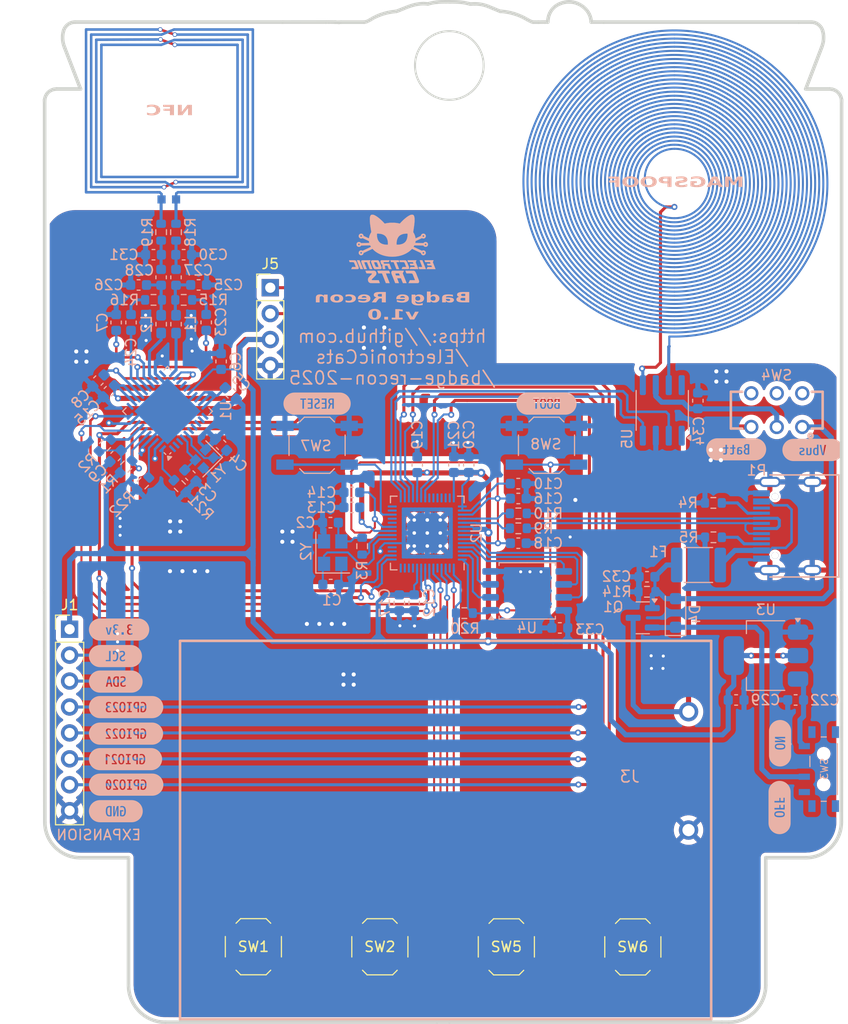
<source format=kicad_pcb>
(kicad_pcb (version 20241229) (generator "pcbnew") (generator_version "9.0")
  (layers (0 "F.Cu" signal) (2 "B.Cu" signal) (13 "F.Paste" user) (15 "B.Paste" user) (5 "F.SilkS" user "F.Silkscreen") (7 "B.SilkS" user "B.Silkscreen") (1 "F.Mask" user) (3 "B.Mask" user) (25 "Edge.Cuts" user))
  (net 0 "")
  (net 1 "GND")
  (net 2 "Net-(U2-XIN)")
  (net 3 "Net-(C2-Pad1)")
  (net 4 "Net-(U1-NFC_CLK_XTAL2)")
  (net 5 "Net-(U1-NFC_CLK_XTAL1)")
  (net 6 "Net-(U1-VDD)")
  (net 7 "+3V3")
  (net 8 "Net-(U1-VDD(MID))")
  (net 9 "Net-(U1-VDD(TX))")
  (net 10 "+1V2")
  (net 11 "Net-(C23-Pad1)")
  (net 12 "/RXP")
  (net 13 "Net-(C24-Pad1)")
  (net 14 "/RXN")
  (net 15 "Net-(C25-Pad1)")
  (net 16 "Net-(C26-Pad2)")
  (net 17 "Net-(C27-Pad1)")
  (net 18 "Net-(C28-Pad1)")
  (net 19 "Net-(SW4A-B)")
  (net 20 "VBUS")
  (net 21 "Net-(D4-K)")
  (net 22 "Net-(F1-Pad1)")
  (net 23 "/QSPI_CS")
  (net 24 "/TX1")
  (net 25 "/TX2")
  (net 26 "+BATT")
  (net 27 "/SDA")
  (net 28 "/SCL")
  (net 29 "Net-(U2-XOUT)")
  (net 30 "Net-(P1-CC)")
  (net 31 "Net-(P1-VCONN)")
  (net 32 "/D+")
  (net 33 "/RD+")
  (net 34 "/RD-")
  (net 35 "/D-")
  (net 36 "Net-(L3-Pad1)")
  (net 37 "Net-(L3-Pad2)")
  (net 38 "/ADR0")
  (net 39 "/ADR1")
  (net 40 "/BUTTON_1")
  (net 41 "/BUTTON_2")
  (net 42 "/BUTTON_3")
  (net 43 "/BUTTON_4")
  (net 44 "/RST")
  (net 45 "/IRQ")
  (net 46 "/VEN")
  (net 49 "/IN_A")
  (net 50 "/IN_B")
  (net 52 "/OUTA")
  (net 53 "/OUTB")
  (net 55 "/QSPI_SCK")
  (net 61 "/QSPI_DATA1")
  (net 62 "/QSPI_DATA2")
  (net 66 "/QSPI_DATA3")
  (net 69 "/QSPI_DATA0")
  (net 77 "Net-(SW3-A)")
  (net 78 "/GPIO23")
  (net 79 "/GPIO22")
  (net 80 "/GPIO21")
  (net 81 "/GPIO20")
  (footprint "Button_Switch_SMD:SW_SPST_TL3342" (layer "F.Cu") (at 171.364674 137.7 180)
    (property "Reference" "SW6")
    (property "Value" "SW_Push")
  )
  (footprint "Footprints:Display OLED 128 x32" (layer "F.Cu") (at 135.82 73.1)
    (property "Reference" "J5")
    (property "Value" "OLED")
  )
  (footprint "Button_Switch_SMD:SW_SPST_TL3342" (layer "F.Cu") (at 134.164674 137.68 180)
    (property "Reference" "SW1")
    (property "Value" "SW_Push")
  )
  (footprint "Connector_PinHeader_2.54mm:PinHeader_1x08_P2.54mm_Vertical" (layer "F.Cu") (at 116.15 106.57)
    (property "Reference" "J1")
    (property "Value" "EXPANSION")
  )
  (footprint "Button_Switch_SMD:SW_SPST_TL3342" (layer "F.Cu") (at 146.564674 137.686667 180)
    (property "Reference" "SW2")
    (property "Value" "SW_Push")
  )
  (footprint "Button_Switch_SMD:SW_SPST_TL3342" (layer "F.Cu") (at 158.964674 137.693333 180)
    (property "Reference" "SW5")
    (property "Value" "SW_Push")
  )
  (footprint "Capacitor_SMD:C_0603_1608Metric" (layer "B.Cu") (at 153.82029 90.435 90)
    (property "Reference" "C21")
    (property "Value" "100nF")
  )
  (footprint "Capacitor_SMD:C_0603_1608Metric" (layer "B.Cu") (at 155.28029 90.435 90)
    (property "Reference" "C20")
    (property "Value" "100nF")
  )
  (footprint "kibuzzard-6806AF2D" (layer "B.Cu") (at 120.641781 109.2 180)
    (property "Reference" "kibuzzard-6806AF2D" (hide yes))
    (property "Value" "G***" (hide yes))
  )
  (footprint "Capacitor_SMD:C_0603_1608Metric" (layer "B.Cu") (at 122.17 76.51 -90)
    (property "Reference" "C24")
    (property "Value" "1nF/16V")
  )
  (footprint "Resistor_SMD:R_0603_1608Metric" (layer "B.Cu") (at 119.618 88.56 45)
    (property "Reference" "R2")
    (property "Value" "10K")
  )
  (footprint "Crystal:Crystal_SMD_Abracon_ABM8G-4Pin_3.2x2.5mm" (layer "B.Cu") (at 141.94 99.06 90)
    (property "Reference" "Y2")
    (property "Value" "ABM8-272-T3")
  )
  (footprint "Capacitor_SMD:C_0603_1608Metric" (layer "B.Cu") (at 125.12 72.085 -90)
    (property "Reference" "C28")
    (property "Value" "62pF/50V")
  )
  (footprint "Footprints:BAT-TH_BH-AAA-A1AJ024" (layer "B.Cu") (at 176.827 120.45)
    (property "Reference" "J3")
    (property "Value" "Battery" (hide yes))
  )
  (footprint "Capacitor_SMD:C_0603_1608Metric" (layer "B.Cu") (at 120.653355 89.594645 -135)
    (property "Reference" "C9")
    (property "Value" "100nF")
  )
  (footprint "kibuzzard-68150444" (layer "B.Cu") (at 140.41 84.46 180)
    (property "Reference" "kibuzzard-68150444" (hide yes))
    (property "Value" "G***" (hide yes))
  )
  (footprint "Capacitor_SMD:C_0603_1608Metric" (layer "B.Cu") (at 120.71 76.51 90)
    (property "Reference" "C7")
    (property "Value" "100nF")
  )
  (footprint "Capacitor_SMD:C_0603_1608Metric" (layer "B.Cu") (at 128.795 72.83)
    (property "Reference" "C25")
    (property "Value" "270pF")
  )
  (footprint "Resistor_SMD:R_0603_1608Metric" (layer "B.Cu") (at 121.688 90.63 45)
    (property "Reference" "R1")
    (property "Value" "10K")
  )
  (footprint "kibuzzard-6806AF29" (layer "B.Cu") (at 120.673972 111.7 180)
    (property "Reference" "kibuzzard-6806AF29" (hide yes))
    (property "Value" "G***" (hide yes))
  )
  (footprint "Resistor_SMD:R_0603_1608Metric" (layer "B.Cu") (at 160.14 96.68 180)
    (property "Reference" "R9")
    (property "Value" "27")
  )
  (footprint "Capacitor_SMD:C_0603_1608Metric" (layer "B.Cu") (at 181.49 113.5)
    (property "Reference" "C29")
    (property "Value" "10uF")
  )
  (footprint "Footprints:JS202011CQN" (layer "B.Cu") (at 185.475 85.1 180)
    (property "Reference" "SW4")
    (property "Value" "SOURCE MAG" (hide yes))
  )
  (footprint "Capacitor_SMD:C_0603_1608Metric" (layer "B.Cu") (at 141.75 102.19)
    (property "Reference" "C1")
    (property "Value" "15pF")
  )
  (footprint "Resistor_SMD:R_0603_1608Metric" (layer "B.Cu") (at 160.14 95.22 180)
    (property "Reference" "R10")
    (property "Value" "27")
  )
  (footprint "Capacitor_SMD:C_0603_1608Metric" (layer "B.Cu") (at 172.755 101.43 180)
    (property "Reference" "C32")
    (property "Value" "10uF")
  )
  (footprint "Capacitor_SMD:C_0603_1608Metric" (layer "B.Cu") (at 131.951992 83.451992 -45)
    (property "Reference" "C5")
    (property "Value" "1uF")
  )
  (footprint "Connectors:C393939" (layer "B.Cu") (at 184.8025 96.45 -90)
    (property "Reference" "P1")
    (property "Value" "USB_C_Plug_USB2.0")
  )
  (footprint "Capacitor_SMD:C_0603_1608Metric" (layer "B.Cu") (at 177.74 84.18 90)
    (property "Reference" "C34")
    (property "Value" "10uf")
  )
  (footprint "Capacitor_SMD:C_0603_1608Metric" (layer "B.Cu") (at 118.971984 82.201016 -135)
    (property "Reference" "C8")
    (property "Value" "1uF")
  )
  (footprint "Capacitor_SMD:C_0603_1608Metric" (layer "B.Cu") (at 187.325 113.5 180)
    (property "Reference" "C22")
    (property "Value" "10uF")
  )
  (footprint "Capacitor_SMD:C_0603_1608Metric" (layer "B.Cu") (at 131 88.5 135)
    (property "Reference" "C4")
    (property "Value" "10pF")
  )
  (footprint "Package_TO_SOT_SMD:SOT-223-3_TabPin2" (layer "B.Cu") (at 184.41 109.15 180)
    (property "Reference" "U3")
    (property "Value" "AP2114H")
  )
  (footprint "kibuzzard-6814FFAA" (layer "B.Cu") (at 185.8 117.74 90)
    (property "Reference" "kibuzzard-6814FFAA" (hide yes))
    (property "Value" "G***" (hide yes))
  )
  (footprint "Capacitor_SMD:C_0603_1608Metric" (layer "B.Cu") (at 122.91 72.835)
    (property "Reference" "C26")
    (property "Value" "270pF")
  )
  (footprint "Capacitor_SMD:C_0603_1608Metric" (layer "B.Cu") (at 149.93029 103.97 -90)
    (property "Reference" "C12")
    (property "Value" "100nF")
  )
  (footprint "kibuzzard-6806B2F9" (layer "B.Cu") (at 181.5 88.939726 180)
    (property "Reference" "kibuzzard-6806B2F9" (hide yes))
    (property "Value" "G***" (hide yes))
  )
  (footprint "kibuzzard-6806AFC6" (layer "B.Cu") (at 120.680822 124.4 180)
    (property "Reference" "kibuzzard-6806AFC6" (hide yes))
    (property "Value" "G***" (hide yes))
  )
  (footprint "Capacitor_SMD:C_0603_1608Metric" (layer "B.Cu") (at 124.369 69.87)
    (property "Reference" "C31")
    (property "Value" "820pF")
  )
  (footprint "Footprints:Coil_30t_30mm_0.2_0.2_0.6_0.3" (layer "B.Cu") (at 175.44 62.69 -90)
    (property "Reference" "L4" (hide yes))
    (property "Value" "30t_30mm")
  )
  (footprint "Crystal:Crystal_SMD_2016-4Pin_2.0x1.6mm" (layer "B.Cu") (at 129.364117 89.876066 -135)
    (property "Reference" "Y1")
    (property "Value" "27.12Mhz")
  )
  (footprint "Inductor_SMD:L_0603_1608Metric_Pad1.05x0.95mm_HandSolder" (layer "B.Cu") (at 126.585 76.675 90)
    (property "Reference" "L1")
    (property "Value" "470nH")
  )
  (footprint "Capacitor_SMD:C_0603_1608Metric" (layer "B.Cu") (at 164.21 106.44 180)
    (property "Reference" "C33")
    (property "Value" "100nF")
  )
  (footprint "Footprints:RP2040-QFN-56" (layer "B.Cu") (at 151.2125 97.14 90)
    (property "Reference" "U2")
    (property "Value" "RP2040")
  )
  (footprint "Capacitor_SMD:C_0603_1608Metric" (layer "B.Cu") (at 127.988 91.51 -45)
    (property "Reference" "C3")
    (property "Value" "10pF")
  )
  (footprint "Button_Switch_SMD:SW_SPST_TL3342" (layer "B.Cu") (at 162.9 88.54 180)
    (property "Reference" "SW8")
    (property "Value" "BOOT" (hide yes))
  )
  (footprint "Capacitor_SMD:C_0603_1608Metric" (layer "B.Cu") (at 150.23 90.445 90)
    (property "Reference" "C19")
    (property "Value" "100nF")
  )
  (footprint "Inductor_SMD:L_0603_1608Metric_Pad1.05x0.95mm_HandSolder" (layer "B.Cu") (at 125.125 76.675 -90)
    (property "Reference" "L2")
    (property "Value" "470nH")
  )
  (footprint "Resistor_SMD:R_0603_1608Metric" (layer "B.Cu") (at 179.2675 97.56)
    (property "Reference" "R5")
    (property "Value" "5k1")
  )
  (footprint "Capacitor_SMD:C_0603_1608Metric" (layer "B.Cu") (at 160.135 93.76)
    (property "Reference" "C16")
    (property "Value" "100nF")
  )
  (footprint "Aesthetics:electronic_cats_logo_8x6" (layer "B.Cu") (at 147.78 69.3 180)
    (property "Reference" "G***" (hide yes))
    (property "Value" "LOGO" (hide yes))
  )
  (footprint "Fuse:Fuse_1812_4532Metric" (layer "B.Cu") (at 177.8 100.275 180)
    (property "Reference" "F1")
    (property "Value" "0.75A")
  )
  (footprint "kibuzzard-6806AF43" (layer "B.Cu") (at 121.687671 114.2 180)
    (property "Reference" "kibuzzard-6806AF43" (hide yes))
    (property "Value" "G***" (hide yes))
  )
  (footprint "Package_DFN_QFN:QFN-40-1EP_6x6mm_P0.5mm_EP4.6x4.6mm" (layer "B.Cu") (at 125.748 85.21 45)
    (property "Reference" "U1")
    (property "Value" "PN7150B0HN_C11002E-PN7150B0HN_C11002E")
  )
  (footprint "Resistor_SMD:R_0603_1608Metric" (layer "B.Cu") (at 124.375 74.295 180)
    (property "Reference" "R16")
    (property "Value" "2k2")
  )
  (footprint "Capacitor_SMD:C_0603_1608Metric" (layer "B.Cu") (at 160.135 98.14)
    (property "Reference" "C18")
    (property "Value" "100nF")
  )
  (footprint "Resistor_SMD:R_0603_1608Metric" (layer "B.Cu") (at 154.85 104.99)
    (property "Reference" "R20")
    (property "Value" "10K")
  )
  (footprint "Resistor_SMD:R_0603_1608Metric" (layer "B.Cu") (at 127.335 74.295 180)
    (property "Reference" "R15")
    (property "Value" "2k2")
  )
  (footprint "Diode_SMD:D_SOD-123F" (layer "B.Cu") (at 175.55 104.975 90)
    (property "Reference" "D4")
    (property "Value" "MBR120")
  )
  (footprint "Package_SO:SOIC-8_3.9x4.9mm_P1.27mm" (layer "B.Cu") (at 174.25 85.125 90)
    (property "Reference" "U5")
    (property "Value" "TC4424")
  )
  (footprint "Resistor_SMD:R_0603_1608Metric" (layer "B.Cu") (at 172.75 102.9 180)
    (property "Reference" "R14")
    (property "Value" "100K")
  )
  (footprint "Capacitor_SMD:C_0603_1608Metric" (layer "B.Cu") (at 160.13 92.3)
    (property "Reference" "C10")
    (property "Value" "1uF")
  )
  (footprint "kibuzzard-6815045B" (layer "B.Cu") (at 162.9 84.46 180)
    (property "Reference" "kibuzzard-6815045B" (hide yes))
    (property "Value" "G***" (hide yes))
  )
  (footprint "kibuzzard-6806AF94" (layer "B.Cu") (at 121.69315 121.8 180)
    (property "Reference" "kibuzzard-6806AF94" (hide yes))
    (property "Value" "G***" (hide yes))
  )
  (footprint "Package_TO_SOT_SMD:SOT-23" (layer "B.Cu") (at 172.3375 105.45 180)
    (property "Reference" "Q1")
    (property "Value" "DMG3415U-7")
  )
  (footprint "Resistor_SMD:R_0603_1608Metric" (layer "B.Cu") (at 179.26 94.19)
    (property "Reference" "R4")
    (property "Value" "5k1")
  )
  (footprint "Resistor_SMD:R_0603_1608Metric" (layer "B.Cu") (at 126.958 92.55 -45)
    (property "Reference" "R21")
    (property "Value" "100K")
  )
  (footprint "kibuzzard-6806AF6E" (layer "B.Cu") (at 121.679452 116.8 180)
    (property "Reference" "kibuzzard-6806AF6E" (hide yes))
    (property "Value" "G***" (hide yes))
  )
  (footprint "Resistor_SMD:R_0603_1608Metric" (layer "B.Cu") (at 126.58 67.66 -90)
    (property "Reference" "R18")
    (property "Value" "0.33R")
  )
  (footprint "Capacitor_SMD:C_0603_1608Metric" (layer "B.Cu") (at 119.999992 83.238008 -135)
    (property "Reference" "C15")
    (property "Value" "100nF")
  )
  (footprint "Capacitor_SMD:C_0603_1608Metric" (layer "B.Cu") (at 126.58 72.085 -90)
    (property "Reference" "C27")
    (property "Value" "62pF/50V")
  )
  (footprint "Button_Switch_SMD:SW_SPST_TL3342" (layer "B.Cu") (at 140.41 88.54 180)
    (property "Reference" "SW7")
    (property "Value" "RESET" (hide yes))
  )
  (footprint "Capacitor_SMD:C_0603_1608Metric" (layer "B.Cu") (at 129.54 76.5 -90)
    (property "Reference" "C23")
    (property "Value" "1nF/16V")
  )
  (footprint "Capacitor_SMD:C_0603_1608Metric" (layer "B.Cu") (at 143.81529 94.63 180)
    (property "Reference" "C13")
    (property "Value" "100nF")
  )
  (footprint "Resistor_SMD:R_0603_1608Metric" (layer "B.Cu") (at 123.334637 92.273363 -135)
    (property "Reference" "R22")
    (property "Value" "100K")
  )
  (footprint "Footprints:NFC_Antenna_4T_Crossover_Final" (layer "B.Cu") (at 134.1125 63.75 90)
    (property "Reference" "L3" (hide yes))
    (property "Value" "L")
  )
  (footprint "kibuzzard-6806AF7F" (layer "B.Cu") (at 121.630822 119.3 180)
    (property "Reference" "kibuzzard-6806AF7F" (hide yes))
    (property "Value" "G***" (hide yes))
  )
  (footprint "Capacitor_SMD:C_0603_1608Metric" (layer "B.Cu") (at 131 80.33 90)
    (property "Reference" "C6")
    (property "Value" "1uF")
  )
  (footprint "Capacitor_SMD:C_0603_1608Metric" (layer "B.Cu") (at 148.47029 103.975 -90)
    (property "Reference" "C17")
    (property "Value" "100nF")
  )
  (footprint "Resistor_SMD:R_0603_1608Metric" (layer "B.Cu") (at 125.12 67.66 -90)
    (property "Reference" "R19")
    (property "Value" "0.33R")
  )
  (footprint "Resistor_SMD:R_0603_1608Metric" (layer "B.Cu") (at 144.83 98.43 -90)
    (property "Reference" "R3")
    (property "Value" "1K")
  )
  (footprint "Capacitor_SMD:C_0603_1608Metric" (layer "B.Cu") (at 143.81529 93.16 180)
    (property "Reference" "C14")
    (property "Value" "1uF")
  )
  (footprint "Package_SO:SOIC-8_5.3x5.3mm_P1.27mm" (layer "B.Cu") (at 161.01 102.81)
    (property "Reference" "U4")
    (property "Value" "W25Q16JV")
  )
  (footprint "kibuzzard-6806AEF7" (layer "B.Cu") (at 121 106.6 180)
    (property "Reference" "kibuzzard-6806AEF7" (hide yes))
    (property "Value" "G***" (hide yes))
  )
  (footprint "kibuzzard-6806B2E8" (layer "B.Cu") (at 189 89 180)
    (property "Reference" "kibuzzard-6806B2E8" (hide yes))
    (property "Value" "G***" (hide yes))
  )
  (footprint "Footprints:MSK12C02" (layer "B.Cu") (at 190.075 120.275 -90)
    (property "Reference" "SW3")
    (property "Value" "ON" (hide yes))
  )
  (footprint "kibuzzard-6814FFA5" (layer "B.Cu") (at 185.75 124.04 90)
    (property "Reference" "kibuzzard-6814FFA5" (hide yes))
    (property "Value" "G***" (hide yes))
  )
  (footprint "Capacitor_SMD:C_0603_1608Metric" (layer "B.Cu") (at 127.33 69.87)
    (property "Reference" "C30")
    (property "Value" "820pF")
  )
  (footprint "Capacitor_SMD:C_0603_1608Metric" (layer "B.Cu") (at 141.72 96.12 180)
    (property "Reference" "C2")
    (property "Value" "15pF")
  )
  (gr_curve (pts (xy 191.620509 54.130253) (xy 191.44027 53.872117) (xy 191.166384 53.699754) (xy 190.861846 53.646302)) (stroke (width 0.35)) (layer "Edge.Cuts"))
  (gr_line (start 168.500493 47.074829) (end 167.2842 47.07353) (stroke (width 0.35)) (layer "Edge.Cuts"))
  (gr_line (start 117.219365 53.628084) (end 114.87218 53.628085) (stroke (width 0.35)) (layer "Edge.Cuts"))
  (gr_line (start 141.28499 47.070285) (end 137.028841 47.074838) (stroke (width 0.35)) (layer "Edge.Cuts"))
  (gr_curve (pts (xy 113.908829 54.130276) (xy 113.789498 54.300981) (xy 113.719888 54.498209) (xy 113.702486 54.7)) (stroke (width 0.35)) (layer "Edge.Cuts"))
  (gr_curve (pts (xy 153.048231 45.083496) (xy 152.759849 45.083496) (xy 152.46152 45.090542) (xy 152.156563 45.122447)) (stroke (width 0.35)) (layer "Edge.Cuts"))
  (gr_line (start 191.829335 54.699977) (end 191.826852 54.699977) (stroke (width 0.35)) (layer "Edge.Cuts"))
  (gr_line (start 162.754254 47.069034) (end 162.117345 47.080177) (stroke (width 0.35)) (layer "Edge.Cuts"))
  (gr_line (start 142.5736 47.098872) (end 142.528024 47.097628) (stroke (width 0.35)) (layer "Edge.Cuts"))
  (gr_curve (pts (xy 113.719775 125.482029) (xy 113.721624 127.402776) (xy 115.279215 128.958869) (xy 117.199964 128.958868)) (stroke (width 0.35)) (layer "Edge.Cuts"))
  (gr_line (start 113.700014 102.725055) (end 113.719775 125.482029) (stroke (width 0.35)) (layer "Edge.Cuts"))
  (gr_line (start 187.628189 47.074824) (end 168.500493 47.074829) (stroke (width 0.35)) (layer "Edge.Cuts"))
  (gr_curve (pts (xy 151.276908 45.293982) (xy 151.134373 45.275753) (xy 150.990597 45.266224) (xy 150.846403 45.266224)) (stroke (width 0.35)) (layer "Edge.Cuts"))
  (gr_line (start 137.028841 47.074838) (end 116.684936 47.074844) (stroke (width 0.35)) (layer "Edge.Cuts"))
  (gr_line (start 153.370177 45.085565) (end 153.048231 45.083496) (stroke (width 0.35)) (layer "Edge.Cuts"))
  (gr_line (start 184.393949 141.453829) (end 184.393945 128.958849) (stroke (width 0.35)) (layer "Edge.Cuts"))
  (gr_curve (pts (xy 148.138662 46.026961) (xy 147.225448 46.099472) (xy 146.380599 46.373353) (xy 145.626906 46.84032)) (stroke (width 0.35)) (layer "Edge.Cuts"))
  (gr_line (start 191.829349 102.725032) (end 191.829335 54.872341) (stroke (width 0.35)) (layer "Edge.Cuts"))
  (gr_curve (pts (xy 161.58135 47.080471) (xy 161.433775 47.047721) (xy 161.261073 46.969202) (xy 161.027266 46.830787)) (stroke (width 0.35)) (layer "Edge.Cuts"))
  (gr_curve (pts (xy 161.027266 46.830787) (xy 160.227581 46.357604) (xy 159.386047 46.092008) (xy 158.454186 46.018253)) (stroke (width 0.35)) (layer "Edge.Cuts"))
  (gr_curve (pts (xy 157.216124 45.549218) (xy 156.783548 45.374366) (xy 156.327769 45.285696) (xy 155.861632 45.285696)) (stroke (width 0.35)) (layer "Edge.Cuts"))
  (gr_line (start 184.393945 128.958849) (end 188.329417 128.958848) (stroke (width 0.35)) (layer "Edge.Cuts"))
  (gr_line (start 142.187846 47.079814) (end 141.558871 47.069041) (stroke (width 0.35)) (layer "Edge.Cuts"))
  (gr_line (start 117.199964 128.958868) (end 121.922691 128.958867) (stroke (width 0.35)) (layer "Edge.Cuts"))
  (gr_curve (pts (xy 155.861632 45.285696) (xy 155.720339 45.285696) (xy 155.576562 45.293981) (xy 155.433198 45.310146)) (stroke (width 0.35)) (layer "Edge.Cuts"))
  (gr_curve (pts (xy 157.697593 45.74769) (xy 157.540969 45.682641) (xy 157.379376 45.615097) (xy 157.216124 45.549218)) (stroke (width 0.35)) (layer "Edge.Cuts"))
  (gr_line (start 113.7 54.73232) (end 113.7 54.872363) (stroke (width 0.35)) (layer "Edge.Cuts"))
  (gr_line (start 188.844398 47.074823) (end 187.628189 47.074824) (stroke (width 0.35)) (layer "Edge.Cuts"))
  (gr_line (start 180.086731 145.083488) (end 180.764292 145.083488) (stroke (width 0.35)) (layer "Edge.Cuts"))
  (gr_line (start 163.028135 47.070279) (end 162.754254 47.069034) (stroke (width 0.35)) (layer "Edge.Cuts"))
  (gr_curve (pts (xy 166.528934 45.603492) (xy 166.114589 45.267879) (xy 165.626075 45.090538) (xy 165.116017 45.090538)) (stroke (width 0.35)) (layer "Edge.Cuts"))
  (gr_line (start 158.454186 46.018253) (end 158.362201 46.011628) (stroke (width 0.35)) (layer "Edge.Cuts"))
  (gr_line (start 153.372799 145.083496) (end 180.086731 145.083488) (stroke (width 0.35)) (layer "Edge.Cuts"))
  (gr_line (start 153.489924 45.086394) (end 153.370177 45.085565) (stroke (width 0.35)) (layer "Edge.Cuts"))
  (gr_line (start 115.65239 49.551798) (end 117.219365 53.628084) (stroke (width 0.35)) (layer "Edge.Cuts"))
  (gr_line (start 191.829335 54.732297) (end 191.829335 54.699977) (stroke (width 0.35)) (layer "Edge.Cuts"))
  (gr_line (start 145.01119 47.081057) (end 142.733952 47.079814) (stroke (width 0.35)) (layer "Edge.Cuts"))
  (gr_curve (pts (xy 188.329417 128.958848) (xy 190.250164 128.958847) (xy 191.807759 127.402753) (xy 191.809605 125.482006)) (stroke (width 0.35)) (layer "Edge.Cuts"))
  (gr_line (start 142.191991 47.079814) (end 142.187846 47.079814) (stroke (width 0.35)) (layer "Edge.Cuts"))
  (gr_line (start 190.657157 53.628063) (end 188.314563 53.628064) (stroke (width 0.35)) (layer "Edge.Cuts"))
  (gr_curve (pts (xy 180.764292 145.083488) (xy 182.768897 145.083487) (xy 184.393949 143.458434) (xy 184.393949 141.453829)) (stroke (width 0.35)) (layer "Edge.Cuts"))
  (gr_curve (pts (xy 165.116017 45.090538) (xy 164.787857 45.090538) (xy 164.459282 45.163464) (xy 164.140236 45.30724)) (stroke (width 0.35)) (layer "Edge.Cuts"))
  (gr_curve (pts (xy 115.55502 47.928813) (xy 115.354476 48.636927) (xy 115.514413 49.194223) (xy 115.65239 49.551798)) (stroke (width 0.35)) (layer "Edge.Cuts"))
  (gr_curve (pts (xy 189.876947 49.551776) (xy 190.014922 49.194202) (xy 190.174858 48.636905) (xy 189.974312 47.928792)) (stroke (width 0.35)) (layer "Edge.Cuts"))
  (gr_line (start 191.829335 54.872341) (end 191.829335 54.732297) (stroke (width 0.35)) (layer "Edge.Cuts"))
  (gr_line (start 152.156592 145.083496) (end 153.372799 145.083496) (stroke (width 0.35)) (layer "Edge.Cuts"))
  (gr_curve (pts (xy 189.974312 47.928792) (xy 189.83095 47.423293) (xy 189.369374 47.074823) (xy 188.844398 47.074823)) (stroke (width 0.35)) (layer "Edge.Cuts"))
  (gr_line (start 121.922691 128.958867) (end 121.922695 141.453848) (stroke (width 0.35)) (layer "Edge.Cuts"))
  (gr_curve (pts (xy 150.846403 45.266224) (xy 150.047133 45.266224) (xy 149.382526 45.542174) (xy 148.796227 45.7854)) (stroke (width 0.35)) (layer "Edge.Cuts"))
  (gr_curve (pts (xy 148.796227 45.7854) (xy 148.68104 45.833045) (xy 148.572068 45.878213) (xy 148.465166 45.920062)) (stroke (width 0.35)) (layer "Edge.Cuts"))
  (gr_curve (pts (xy 114.667494 53.646324) (xy 114.362951 53.699776) (xy 114.08907 53.87214) (xy 113.908829 54.130276)) (stroke (width 0.35)) (layer "Edge.Cuts"))
  (gr_line (start 125.552354 145.083504) (end 152.156592 145.083496) (stroke (width 0.35)) (layer "Edge.Cuts"))
  (gr_curve (pts (xy 155.433198 45.310146) (xy 154.734614 45.096338) (xy 154.048459 45.090956) (xy 153.489924 45.086394)) (stroke (width 0.35)) (layer "Edge.Cuts"))
  (gr_line (start 190.861846 53.646302) (end 190.657157 53.628063) (stroke (width 0.35)) (layer "Edge.Cuts"))
  (gr_curve (pts (xy 116.684936 47.074844) (xy 116.159962 47.074844) (xy 115.698381 47.423315) (xy 115.55502 47.928813)) (stroke (width 0.35)) (layer "Edge.Cuts"))
  (gr_line (start 142.528024 47.097628) (end 142.191991 47.079814) (stroke (width 0.35)) (layer "Edge.Cuts"))
  (gr_line (start 114.87218 53.628085) (end 114.667494 53.646324) (stroke (width 0.35)) (layer "Edge.Cuts"))
  (gr_curve (pts (xy 167.2842 47.07353) (xy 167.262309 46.501848) (xy 167.002583 45.986882) (xy 166.528934 45.603492)) (stroke (width 0.35)) (layer "Edge.Cuts"))
  (gr_line (start 113.702486 54.7) (end 113.7 54.7) (stroke (width 0.35)) (layer "Edge.Cuts"))
  (gr_curve (pts (xy 188.314563 53.628064) (xy 188.815822 52.320926) (xy 189.372076 50.859046) (xy 189.876947 49.551776)) (stroke (width 0.35)) (layer "Edge.Cuts"))
  (gr_curve (pts (xy 152.156563 45.122447) (xy 151.868178 45.152694) (xy 151.573995 45.204902) (xy 151.276908 45.293982)) (stroke (width 0.35)) (layer "Edge.Cuts"))
  (gr_curve (pts (xy 164.140236 45.30724) (xy 163.806689 45.457233) (xy 163.058383 45.921712) (xy 163.028135 47.070279)) (stroke (width 0.35)) (layer "Edge.Cuts"))
  (gr_line (start 113.7 54.7) (end 113.7 54.73232) (stroke (width 0.35)) (layer "Edge.Cuts"))
  (gr_line (start 158.362201 46.011628) (end 158.340656 46.010383) (stroke (width 0.35)) (layer "Edge.Cuts"))
  (gr_line (start 141.558871 47.069041) (end 141.28499 47.070285) (stroke (width 0.35)) (layer "Edge.Cuts"))
  (gr_curve (pts (xy 121.922695 141.453848) (xy 121.922695 143.458452) (xy 123.547749 145.083505) (xy 125.552354 145.083504)) (stroke (width 0.35)) (layer "Edge.Cuts"))
  (gr_curve (pts (xy 162.117345 47.080177) (xy 161.938682 47.080233) (xy 161.760014 47.080364) (xy 161.58135 47.080471)) (stroke (width 0.35)) (layer "Edge.Cuts"))
  (gr_line (start 113.7 54.872363) (end 113.700014 102.725055) (stroke (width 0.35)) (layer "Edge.Cuts"))
  (gr_line (start 191.809605 125.482006) (end 191.829349 102.725032) (stroke (width 0.35)) (layer "Edge.Cuts"))
  (gr_curve (pts (xy 158.340656 46.010383) (xy 158.129754 45.927929) (xy 157.919266 45.840088) (xy 157.697593 45.74769)) (stroke (width 0.35)) (layer "Edge.Cuts"))
  (gr_line (start 142.733952 47.079814) (end 142.5736 47.098872) (stroke (width 0.35)) (layer "Edge.Cuts"))
  (gr_curve (pts (xy 145.626906 46.84032) (xy 145.362139 47.004399) (xy 145.16657 47.081057) (xy 145.01119 47.081057)) (stroke (width 0.35)) (layer "Edge.Cuts"))
  (gr_curve (pts (xy 191.826852 54.699977) (xy 191.809447 54.498186) (xy 191.73984 54.300958) (xy 191.620509 54.130253)) (stroke (width 0.35)) (layer "Edge.Cuts"))
  (gr_circle (center 153.375 51.325) (end 156.65 52.1) (stroke (width 0.2)) (fill no) (layer "Edge.Cuts"))
  (gr_curve (pts (xy 148.465166 45.920062) (xy 148.331748 45.97227) (xy 148.205371 46.021574) (xy 148.138662 46.026961)) (stroke (width 0.35)) (layer "Edge.Cuts"))
  (gr_text "Badge Recon\n       v1.0" (at 155.52 76.39 0) (layer "B.SilkS") (effects (font (size 1 1.5) (thickness 0.2) (bold yes)) (justify left bottom mirror)))
  (gr_text "MAGSPOOF" (at 182.3 63.4 0) (layer "B.SilkS") (effects (font (size 1 1.5) (thickness 0.2) (bold yes)) (justify left bottom mirror)))
  (gr_text "NFC" (at 128.33 56.37 0) (layer "B.SilkS") (effects (font (size 1 1.5) (thickness 0.2) (bold yes)) (justify left bottom mirror)))
  (gr_text "https://github.com\n/ElectronicCats\n/badge-recon-2025" (at 147.77 79.9 -0) (layer "B.SilkS") (effects (font (size 1.27 1.27)) (justify mirror)))
  (via (at 145 79) (size 0.8) (drill 0.4) (layers "F.Cu" "B.Cu") (net 1))
  (via (at 137 97) (size 0.8) (drill 0.4) (layers "F.Cu" "B.Cu") (net 1))
  (via (at 141.85 106.05) (size 0.8) (drill 0.4) (layers "F.Cu" "B.Cu") (net 1))
  (via (at 147 79) (size 0.8) (drill 0.4) (layers "F.Cu" "B.Cu") (net 1))
  (via (at 162.36 100.94) (size 0.6) (drill 0.3) (layers "F.Cu" "B.Cu") (net 1))
  (via (at 125.99 100.88) (size 0.8) (drill 0.4) (layers "F.Cu" "B.Cu") (net 1))
  (via (at 160.37 100.94) (size 0.6) (drill 0.3) (layers "F.Cu" "B.Cu") (net 1))
  (via (at 143.07 106.05) (size 0.8) (drill 0.4) (layers "F.Cu" "B.Cu") (net 1))
  (via (at 127 97) (size 0.8) (drill 0.4) (layers "F.Cu" "B.Cu") (net 1))
  (via (at 128.16 79.31) (size 0.6) (drill 0.3) (layers "F.Cu" "B.Cu") (net 1))
  (via (at 161.28 100.94) (size 0.6) (drill 0.3) (layers "F.Cu" "B.Cu") (net 1))
  (via (at 123.28508 89.032973) (size 0.6) (drill 0.3) (layers "F.Cu" "B.Cu") (net 1))
  (via (at 128.08 76.94) (size 0.6) (drill 0.3) (layers "F.Cu" "B.Cu") (net 1))
  (via (at 143 112) (size 0.8) (drill 0.4) (layers "F.Cu" "B.Cu") (net 1))
  (via (at 174.32 110.41) (size 0.6) (drill 0.3) (layers "F.Cu" "B.Cu") (net 1))
  (via (at 180.55 81.3) (size 0.8) (drill 0.4) (layers "F.Cu" "B.Cu") (net 1))
  (via (at 155.2 88.28) (size 0.6) (drill 0.3) (layers "F.Cu" "B.Cu") (net 1))
  (via (at 180.55 82.3) (size 0.8) (drill 0.4) (layers "F.Cu" "B.Cu") (net 1))
  (via (at 180 90) (size 0.8) (drill 0.4) (layers "F.Cu" "B.Cu") (net 1))
  (via (at 138 98) (size 0.8) (drill 0.4) (layers "F.Cu" "B.Cu") (net 1))
  (via (at 123.65 78.27) (size 0.6) (drill 0.3) (layers "F.Cu" "B.Cu") (net 1))
  (via (at 179.55 82.3) (size 0.8) (drill 0.4) (layers "F.Cu" "B.Cu") (net 1))
  (via (at 117.8 80.35) (size 0.8) (drill 0.4) (layers "F.Cu" "B.Cu") (net 1))
  (via (at 117.8 79.35) (size 0.8) (drill 0.4) (layers "F.Cu" "B.Cu") (net 1))
  (via (at 120 86.35) (size 0.6) (drill 0.3) (layers "F.Cu" "B.Cu") (net 1))
  (via (at 116.8 80.35) (size 0.8) (drill 0.4) (layers "F.Cu" "B.Cu") (net 1))
  (via (at 173.16 109.17) (size 0.6) (drill 0.3) (layers "F.Cu" "B.Cu") (net 1))
  (via (at 180 89) (size 0.8) (drill 0.4) (layers "F.Cu" "B.Cu") (net 1))
  (via (at 126 96) (size 0.8) (drill 0.4) (layers "F.Cu" "B.Cu") (net 1))
  (via (at 120.85 108.66) (size 0.6) (drill 0.3) (layers "F.Cu" "B.Cu") (net 1))
  (via (at 125.23 79.79) (size 0.6) (drill 0.3) (layers "F.Cu" "B.Cu") (net 1))
  (via (at 174.35 109.2) (size 0.6) (drill 0.3) (layers "F.Cu" "B.Cu") (net 1))
  (via (at 179 90) (size 0.8) (drill 0.4) (layers "F.Cu" "B.Cu") (net 1))
  (via (at 123.6 76.88) (size 0.6) (drill 0.3) (layers "F.Cu" "B.Cu") (net 1))
  (via (at 153.78 88.28) (size 0.6) (drill 0.3) (layers "F.Cu" "B.Cu") (net 1))
  (via (at 137 98) (size 0.8) (drill 0.4) (layers "F.Cu" "B.Cu") (net 1))
  (via (at 143 111) (size 0.8) (drill 0.4) (layers "F.Cu" "B.Cu") (net 1))
  (via (at 124.518 89.85) (size 0.6) (drill 0.3) (layers "F.Cu" "B.Cu") (net 1))
  (via (at 148.53 106.23) (size 0.6) (drill 0.3) (layers "F.Cu" "B.Cu") (net 1))
  (via (at 145 77) (size 0.8) (drill 0.4) (layers "F.Cu" "B.Cu") (net 1))
  (via (at 116.8 79.35) (size 0.8) (drill 0.4) (layers "F.Cu" "B.Cu") (net 1))
  (via (at 173.19 110.41) (size 0.6) (drill 0.3) (layers "F.Cu" "B.Cu") (net 1))
  (via (at 150.22 88.18) (size 0.6) (drill 0.3) (layers "F.Cu" "B.Cu") (net 1))
  (via (at 121.1 97.36) (size 0.6) (drill 0.3) (layers "F.Cu" "B.Cu") (net 1))
  (via (at 121.1 96.51) (size 0.6) (drill 0.3) (layers "F.Cu" "B.Cu") (net 1))
  (via (at 179.55 81.3) (size 0.8) (drill 0.4) (layers "F.Cu" "B.Cu") (net 1))
  (via (at 127.21 100.88) (size 0.8) (drill 0.4) (layers "F.Cu" "B.Cu") (net 1))
  (via (at 146.6 98.93) (size 0.6) (drill 0.3) (layers "F.Cu" "B.Cu") (net 1))
  (via (at 179 89) (size 0.8) (drill 0.4) (layers "F.Cu" "B.Cu") (net 1))
  (via (at 147 77) (size 0.8) (drill 0.4) (layers "F.Cu" "B.Cu") (net 1))
  (via (at 121.1 95.71) (size 0.6) (drill 0.3) (layers "F.Cu" "B.Cu") (net 1))
  (via (at 139.41 106.05) (size 0.8) (drill 0.4) (layers "F.Cu" "B.Cu") (net 1))
  (via (at 165.73 93.9) (size 0.8) (drill 0.4) (layers "F.Cu" "B.Cu") (net 1))
  (via (at 129.65 100.88) (size 0.8) (drill 0.4) (layers "F.Cu" "B.Cu") (net 1))
  (via (at 128.08 78.14) (size 0.6) (drill 0.3) (layers "F.Cu" "B.Cu") (net 1))
  (via (at 120.85 107.01) (size 0.6) (drill 0.3) (layers "F.Cu" "B.Cu") (net 1))
  (via (at 165.22 97.53) (size 0.6) (drill 0.3) (layers "F.Cu" "B.Cu") (net 1))
  (via (at 138 97) (size 0.8) (drill 0.4) (layers "F.Cu" "B.Cu") (net 1))
  (via (at 144 111) (size 0.8) (drill 0.4) (layers "F.Cu" "B.Cu") (net 1))
  (via (at 123.6 75.79) (size 0.6) (drill 0.3) (layers "F.Cu" "B.Cu") (net 1))
  (via (at 140.63 106.05) (size 0.8) (drill 0.4) (layers "F.Cu" "B.Cu") (net 1))
  (via (at 128.43 100.88) (size 0.8) (drill 0.4) (layers "F.Cu" "B.Cu") (net 1))
  (via (at 120.85 107.81) (size 0.6) (drill 0.3) (layers "F.Cu" "B.Cu") (net 1))
  (via (at 126 97) (size 0.8) (drill 0.4) (layers "F.Cu" "B.Cu") (net 1))
  (via (at 127 96) (size 0.8) (drill 0.4) (layers "F.Cu" "B.Cu") (net 1))
  (via (at 144 112) (size 0.8) (drill 0.4) (layers "F.Cu" "B.Cu") (net 1))
  (via (at 149.96 106.25) (size 0.6) (drill 0.3) (layers "F.Cu" "B.Cu") (net 1))
  (via (at 128.07 75.82) (size 0.6) (drill 0.3) (layers "F.Cu" "B.Cu") (net 1))
  (segment (start 124.908312 81.895437) (end 124.555459 81.542584) (width 0.3) (layer "B.Cu") (net 1))
  (segment (start 155.28029 89.66) (end 155.28029 88.36029) (width 0.2) (layer "B.Cu") (net 1))
  (segment (start 124.201204 87.817455) (end 123.28508 88.733579) (width 0.25) (layer "B.Cu") (net 1))
  (segment (start 124.90831 88.524564) (end 124.518 88.914874) (width 0.25) (layer "B.Cu") (net 1))
  (segment (start 183.9775 93.25) (end 182.375 93.25) (width 0.3) (layer "B.Cu") (net 1))
  (segment (start 126.808662 85.21) (end 125.748 85.21) (width 0.25) (layer "B.Cu") (net 1))
  (segment (start 124.908312 81.895437) (end 125.748 82.735125) (width 0.3) (layer "B.Cu") (net 1))
  (segment (start 141.09 97.96) (end 139.21 97.96) (width 0.2) (layer "B.Cu") (net 1))
  (segment (start 148.47029 104.75) (end 147.1 104.75) (width 0.3) (layer "B.Cu") (net 1))
  (segment (start 160.335 100.905) (end 160.37 100.94) (width 0.5) (layer "B.Cu") (net 1))
  (segment (start 124.518 88.914874) (end 124.518 89.85) (width 0.25) (layer "B.Cu") (net 1))
  (segment (start 142.79 101.925) (end 142.525 102.19) (width 0.2) (layer "B.Cu") (net 1))
  (segment (start 124.555459 81.542584) (end 124.555459 81.37) (width 0.3) (layer "B.Cu") (net 1))
  (segment (start 125.748 82.735125) (end 125.748 85.21) (width 0.3) (layer "B.Cu") (net 1))
  (segment (start 182.375 93.25) (end 181.8 92.675) (width 0.3) (layer "B.Cu") (net 1))
  (segment (start 148.47029 106.17029) (end 148.53 106.23) (width 0.3) (layer "B.Cu") (net 1))
  (segment (start 147.775 98.14) (end 150.2125 98.14) (width 0.2) (layer "B.Cu") (net 1))
  (segment (start 125.748 85.21) (end 123.273125 85.21) (width 0.25) (layer "B.Cu") (net 1))
  (segment (start 124.90831 88.524564) (end 125.748 87.684874) (width 0.25) (layer "B.Cu") (net 1))
  (segment (start 122.058125 86.425) (end 120.86 86.425) (width 0.25) (layer "B.Cu") (net 1))
  (segment (start 125.23 79.79) (end 124.85 80.4) (width 0.3) (layer "B.Cu") (net 1))
  (segment (start 122.433437 86.049688) (end 122.058125 86.425) (width 0.25) (layer "B.Cu") (net 1))
  (segment (start 128.285 101.085) (end 128.26 101.11) (width 0.3) (layer "B.Cu") (net 1))
  (segment (start 146.6 98.57) (end 147.03 98.14) (width 0.2) (layer "B.Cu") (net 1))
  (segment (start 123.28508 88.733579) (end 123.28508 89.032973) (width 0.25) (layer "B.Cu") (net 1))
  (segment (start 125.748 87.684874) (end 125.748 85.21) (width 0.25) (layer "B.Cu") (net 1))
  (segment (start 128.355457 83.663205) (end 126.808662 85.21) (width 0.25) (layer "B.Cu") (net 1))
  (segment (start 149.93029 106.22029) (end 149.96 106.25) (width 0.3) (layer "B.Cu") (net 1))
  (segment (start 147.1 104.75) (end 147.09 104.74) (width 0.3) (layer "B.Cu") (net 1))
  (segment (start 124.201204 87.817455) (end 125.748 86.270659) (width 0.25) (layer "B.Cu") (net 1))
  (segment (start 150.2125 98.14) (end 151.2125 97.14) (width 0.2) (layer "B.Cu") (net 1))
  (segment (start 155.28029 88.36029) (end 155.2 88.28) (width 0.2) (layer "B.Cu") (net 1))
  (segment (start 160.91 98.14) (end 164.61 98.14) (width 0.2) (layer "B.Cu") (net 1))
  (segment (start 121.59 86.425) (end 120.384224 86.425) (width 0.25) (layer "B.Cu") (net 1))
  (segment (start 147.775 98.14) (end 147.03 98.14) (width 0.2) (layer "B.Cu") (net 1))
  (segment (start 146.6 98.93) (end 146.6 98.57) (width 0.2) (layer "B.Cu") (net 1))
  (segment (start 153.82029 89.66) (end 153.82029 88.32029) (width 0.2) (layer "B.Cu") (net 1))
  (segment (start 120.259612 86.300388) (end 120.049612 86.300388) (width 0.25) (layer "B.Cu") (net 1))
  (segment (start 157.4225 100.905) (end 160.335 100.905) (width 0.5) (layer "B.Cu") (net 1))
  (segment (start 120.049612 86.300388) (end 120 86.35) (width 0.25) (layer "B.Cu") (net 1))
  (segment (start 125.1 79.79) (end 125.23 79.79) (width 0.3) (layer "B.Cu") (net 1))
  (segment (start 139.21 97.96) (end 139.15 97.9) (width 0.2) (layer "B.Cu") (net 1))
  (segment (start 123.273125 85.21) (end 122.433437 86.049688) (width 0.25) (layer "B.Cu") (net 1))
  (segment (start 120.384224 86.425) (end 120.259612 86.300388) (width 0.25) (layer "B.Cu") (net 1))
  (segment (start 124.555459 80.694541) (end 124.575 80.675) (width 0.3) (layer "B.Cu") (net 1))
  (segment (start 124.555459 81.37) (end 124.555459 80.334541) (width 0.3) (layer "B.Cu") (net 1))
  (segment (start 153.82029 88.32029) (end 153.78 88.28) (width 0.2) (layer "B.Cu") (net 1))
  (segment (start 124.555459 80.334541) (end 125.1 79.79) (width 0.3) (layer "B.Cu") (net 1))
  (segment (start 164.61 98.14) (end 165.22 97.53) (width 0.2) (layer "B.Cu") (net 1))
  (segment (start 124.555459 81.37) (end 124.555459 80.694541) (width 0.3) (layer "B.Cu") (net 1))
  (segment (start 142.79 100.16) (end 142.79 101.925) (width 0.2) (layer "B.Cu") (net 1))
  (segment (start 150.23 88.19) (end 150.22 88.18) (width 0.2) (layer "B.Cu") (net 1))
  (segment (start 149.93029 104.745) (end 149.93029 106.22029) (width 0.3) (layer "B.Cu") (net 1))
  (segment (start 148.47029 104.75) (end 148.47029 106.17029) (width 0.3) (layer "B.Cu") (net 1))
  (segment (start 124.85 80.4) (end 124.555459 80.694541) (width 0.3) (layer "B.Cu") (net 1))
  (segment (start 125.748 86.270659) (end 125.748 85.21) (width 0.25) (layer "B.Cu") (net 1))
  (segment (start 150.23 89.67) (end 150.23 88.19) (width 0.2) (layer "B.Cu") (net 1))
  (segment (start 146.520761 97.74) (end 147.775 97.74) (width 0.2) (layer "B.Cu") (net 2))
  (segment (start 140.975 100.275) (end 141.09 100.16) (width 0.2) (layer "B.Cu") (net 2))
  (segment (start 145.96 99.68) (end 145.96 98.300761) (width 0.2) (layer "B.Cu") (net 2))
  (segment (start 145.96 98.300761) (end 146.520761 97.74) (width 0.2) (layer "B.Cu") (net 2))
  (segment (start 141.42 99.04) (end 143.425936 99.04) (width 0.2) (layer "B.Cu") (net 2))
  (segment (start 143.425936 99.04) (end 144.575936 100.19) (width 0.2) (layer "B.Cu") (net 2))
  (segment (start 141.09 100.16) (end 141.09 99.37) (width 0.2) (layer "B.Cu") (net 2))
  (segment (start 144.575936 100.19) (end 145.45 100.19) (width 0.2) (layer "B.Cu") (net 2))
  (segment (start 141.09 99.37) (end 141.42 99.04) (width 0.2) (layer "B.Cu") (net 2))
  (segment (start 145.45 100.19) (end 145.96 99.68) (width 0.2) (layer "B.Cu") (net 2))
  (segment (start 140.975 102.19) (end 140.975 100.275) (width 0.2) (layer "B.Cu") (net 2))
  (segment (start 143.72 97.96) (end 144.075 97.605) (width 0.2) (layer "B.Cu") (net 3))
  (segment (start 142.495 96.12) (end 142.495 97.665) (width 0.2) (layer "B.Cu") (net 3))
  (segment (start 142.79 97.96) (end 143.72 97.96) (width 0.2) (layer "B.Cu") (net 3))
  (segment (start 142.495 97.665) (end 142.79 97.96) (width 0.2) (layer "B.Cu") (net 3))
  (segment (start 144.075 97.605) (end 144.83 97.605) (width 0.2) (layer "B.Cu") (net 3))
  (segment (start 127.7 89.201898) (end 128.480234 89.982132) (width 0.2) (layer "B.Cu") (net 4))
  (segment (start 127.7 88.222662) (end 127.7 89.201898) (width 0.2) (layer "B.Cu") (net 4))
  (segment (start 128.419852 89.982132) (end 127.439992 90.961992) (width 0.2) (layer "B.Cu") (net 4))
  (segment (start 127.294795 87.817457) (end 127.7 88.222662) (width 0.2) (layer "B.Cu") (net 4))
  (segment (start 128.480234 89.982132) (end 128.419852 89.982132) (width 0.2) (layer "B.Cu") (net 4))
  (segment (start 130.223776 89.794224) (end 129.35157 89.794224) (width 0.2) (layer "B.Cu") (net 5))
  (segment (start 130.248 89.77) (end 130.826016 89.77) (width 0.2) (layer "B.Cu") (net 5))
  (segment (start 129.35157 89.794224) (end 128.101 88.543654) (width 0.2) (layer "B.Cu") (net 5))
  (segment (start 130.826016 89.77) (end 131.548008 89.048008) (width 0.2) (layer "B.Cu") (net 5))
  (segment (start 128.101 87.916554) (end 127.648349 87.463903) (width 0.2) (layer "B.Cu") (net 5))
  (segment (start 130.248 89.77) (end 130.223776 89.794224) (width 0.2) (layer "B.Cu") (net 5))
  (segment (start 128.101 88.543654) (end 128.101 87.916554) (width 0.2) (layer "B.Cu") (net 5))
  (segment (start 130.2625 83.8625) (end 130.45 83.675) (width 0.25) (layer "B.Cu") (net 6))
  (segment (start 129.9 83.55) (end 130 83.55) (width 0.25) (layer "B.Cu") (net 6))
  (segment (start 129.9 83.55) (end 129.7 83.35) (width 0.25) (layer "B.Cu") (net 6))
  (segment (start 129.7 83.35) (end 130.125 83.35) (width 0.25) (layer "B.Cu") (net 6))
  (segment (start 128.709009 84.015991) (end 129.375 83.35) (width 0.25) (layer "B.Cu") (net 6))
  (segment (start 129.416117 84.708883) (end 130.2625 83.8625) (width 0.25) (layer "B.Cu") (net 6))
  (segment (start 130.325 83.55) (end 130.45 83.675) (width 0.25) (layer "B.Cu") (net 6))
  (segment (start 130 83.55) (end 130.325 83.55) (width 0.25) (layer "B.Cu") (net 6))
  (segment (start 129.416117 84.723865) (end 129.416117 84.708883) (width 0.25) (layer "B.Cu") (net 6))
  (segment (start 129.375 83.35) (end 129.7 83.35) (width 0.25) (layer "B.Cu") (net 6))
  (segment (start 128.709009 84.016757) (end 128.709009 84.015991) (width 0.25) (layer "B.Cu") (net 6))
  (segment (start 130.632968 83.675) (end 131.403984 82.903984) (width 0.25) (layer "B.Cu") (net 6))
  (segment (start 130.2625 83.8125) (end 130 83.55) (width 0.25) (layer "B.Cu") (net 6))
  (segment (start 129.079688 84.370312) (end 129.9 83.55) (width 0.25) (layer "B.Cu") (net 6))
  (segment (start 129.062563 84.370312) (end 129.079688 84.370312) (width 0.25) (layer "B.Cu") (net 6))
  (segment (start 130.2625 83.8625) (end 130.2625 83.8125) (width 0.25) (layer "B.Cu") (net 6))
  (segment (start 130.45 83.675) (end 130.632968 83.675) (width 0.25) (layer "B.Cu") (net 6))
  (segment (start 130.125 83.35) (end 130.45 83.675) (width 0.25) (layer "B.Cu") (net 6))
  (segment (start 132.75 83.35) (end 132.75 78.8) (width 0.5) (layer "F.Cu") (net 7))
  (segment (start 144.785 96.045) (end 144.785 91.915) (width 0.5) (layer "F.Cu") (net 7))
  (segment (start 157.21 91.96) (end 157.21 97.1) (width 0.5) (layer "F.Cu") (net 7))
  (segment (start 151.23 91.25) (end 151.19 91.21) (width 0.5) (layer "F.Cu") (net 7))
  (segment (start 145.45 91.25) (end 156.5 91.25) (width 0.5) (layer "F.Cu") (net 7))
  (segment (start 144.785 91.915) (end 145.45 91.25) (width 0.5) (layer "F.Cu") (net 7))
  (segment (start 133.37 78.18) (end 135.82 78.18) (width 0.5) (layer "F.Cu") (net 7))
  (segment (start 182.96 109.16) (end 186.1 109.16) (width 0.5) (layer "F.Cu") (net 7))
  (segment (start 120.9 83.95) (end 132.15 83.95) (width 0.5) (layer "F.Cu") (net 7))
  (segment (start 132.15 83.95) (end 132.75 83.35) (width 0.5) (layer "F.Cu") (net 7))
  (segment (start 132.75 78.8) (end 133.37 78.18) (width 0.5) (layer "F.Cu") (net 7))
  (segment (start 157.21 97.1) (end 157.21 107.73) (width 0.5) (layer "F.Cu") (net 7))
  (segment (start 156.5 91.25) (end 157.21 91.96) (width 0.5) (layer "F.Cu") (net 7))
  (segment (start 157.21 107.73) (end 157.18 107.76) (width 0.5) (layer "F.Cu") (net 7))
  (via (at 182.96 109.16) (size 0.6) (drill 0.3) (layers "F.Cu" "B.Cu") (net 7))
  (via (at 157.18 107.76) (size 0.8) (drill 0.4) (layers "F.Cu" "B.Cu") (net 7))
  (via (at 186.1 109.16) (size 0.6) (drill 0.3) (layers "F.Cu" "B.Cu") (net 7))
  (via (at 157.21 97.1) (size 0.8) (drill 0.4) (layers "F.Cu" "B.Cu") (net 7))
  (via (at 151.19 91.21) (size 0.6) (drill 0.3) (layers "F.Cu" "B.Cu") (net 7))
  (via (at 156.5 91.25) (size 0.8) (drill 0.4) (layers "F.Cu" "B.Cu") (net 7))
  (via (at 120.9 83.95) (size 0.6) (drill 0.3) (layers "F.Cu" "B.Cu") (net 7))
  (via (at 144.785 96.045) (size 0.6) (drill 0.3) (layers "F.Cu" "B.Cu") (net 7))
  (segment (start 153.22 107.76) (end 153.395 107.76) (width 0.5) (layer "B.Cu") (net 7))
  (segment (start 118.6 99.16) (end 119.02 99.16) (width 0.5) (layer "B.Cu") (net 7))
  (segment (start 134.14 105.87) (end 134.14 100.33) (width 0.5) (layer "B.Cu") (net 7))
  (segment (start 134.14 100.33) (end 134.14 99.78) (width 0.5) (layer "B.Cu") (net 7))
  (segment (start 154.48 101.92) (end 153.8125 101.2525) (width 0.2) (layer "B.Cu") (net 7))
  (segment (start 144.59029 94.63) (end 144.59029 95.85029) (width 0.2) (layer "B.Cu") (net 7))
  (segment (start 146.4 107.16) (end 145.8 107.76) (width 0.5) (layer "B.Cu") (net 7))
  (segment (start 186.1 109.16) (end 187.55 109.16) (width 0.5) (layer "B.Cu") (net 7))
  (segment (start 119.74 92.51) (end 120.47 91.78) (width 0.5) (layer "B.Cu") (net 7))
  (segment (start 170.67 116.92) (end 180.15 116.92) (width 0.5) (layer "B.Cu") (net 7))
  (segment (start 166.28 107.76) (end 165.405 107.76) (width 0.5) (layer "B.Cu") (net 7))
  (segment (start 165 107.76) (end 164.565 107.76) (width 0.5) (layer "B.Cu") (net 7))
  (segment (start 120.45 99.16) (end 121.24 99.16) (width 0.5) (layer "B.Cu") (net 7))
  (segment (start 120.548 82.69) (end 121.460233 82.69) (width 0.25) (layer "B.Cu") (net 7))
  (segment (start 165 107.76) (end 164.12 107.76) (width 0.5) (layer "B.Cu") (net 7))
  (segment (start 119.131363 89.046637) (end 119.034637 89.143363) (width 0.2) (layer "B.Cu") (net 7))
  (segment (start 133.6 78.18) (end 135.82 78.18) (width 0.5) (layer "B.Cu") (net 7))
  (segment (start 119.74 92.578) (end 119.74 93.72) (width 0.5) (layer "B.Cu") (net 7))
  (segment (start 146.4 107.13) (end 146.42 107.13) (width 0.5) (layer "B.Cu") (net 7))
  (segment (start 150.2125 92.611814) (end 150.23 92.594315) (width 0.2) (layer "B.Cu") (net 7))
  (segment (start 156.5 91.25) (end 156.46 91.21) (width 0.5) (layer "B.Cu") (net 7))
  (segment (start 153.8125 101.2525) (end 153.8125 100.5775) (width 0.2) (layer "B.Cu") (net 7))
  (segment (start 144.59029 95.85029) (end 144.785 96.045) (width 0.2) (layer "B.Cu") (net 7))
  (segment (start 136.03 107.76) (end 134.45 106.18) (width 0.5) (layer "B.Cu") (net 7))
  (segment (start 154.655 107.76) (end 154.025 107.13) (width 0.5) (layer "B.Cu") (net 7))
  (segment (start 145.8 107.76) (end 145 107.76) (width 0.5) (layer "B.Cu") (net 7))
  (segment (start 132.85 79.75) (end 132.85 79.39) (width 0.5) (layer "B.Cu") (net 7))
  (segment (start 164.12 107.76) (end 163.55 107.76) (width 0.5) (layer "B.Cu") (net 7))
  (segment (start 163.55 107.76) (end 157.18 107.76) (width 0.5) (layer "B.Cu") (net 7))
  (segment (start 150.2125 101.9775) (end 150.2125 100.5775) (width 0.2) (layer "B.Cu") (net 7))
  (segment (start 181.26 109.15) (end 182.95 109.15) (width 0.5) (layer "B.Cu") (net 7))
  (segment (start 145 107.76) (end 136.1 107.76) (width 0.5) (layer "B.Cu") (net 7))
  (segment (start 149.93029 102.25971) (end 150.2125 101.9775) (width 0.2) (layer "B.Cu") (net 7))
  (segment (start 119.74 99.07) (end 119.74 97.2) (width 0.5) (layer "B.Cu") (net 7))
  (segment (start 150.2125 93.7025) (end 150.2125 92.611814) (width 0.2) (layer "B.Cu") (net 7))
  (segment (start 119.65 99.16) (end 121.24 99.16) (width 0.5) (layer "B.Cu") (net 7))
  (segment (start 132.37 81.105) (end 132.715 81.105) (width 0.2) (layer "B.Cu") (net 7))
  (segment (start 147.05 107.76) (end 145.8 107.76) (width 0.5) (layer "B.Cu") (net 7))
  (segment (start 156.9 96.78) (end 157.07 96.95) (width 0.5) (layer "B.Cu") (net 7))
  (segment (start 147.17 96.94) (end 146.02 96.94) (width 0.2) (layer "B.Cu") (net 7))
  (segment (start 118.6 99.16) (end 119.65 99.16) (width 0.5) (layer "B.Cu") (net 7))
  (segment (start 150.23 92.594315) (end 150.23 91.22) (width 0.2) (layer "B.Cu") (net 7))
  (segment (start 119.74 93.72) (end 119.74 92.51) (width 0.5) (layer "B.Cu") (net 7))
  (segment (start 167.97 107.76) (end 169.24 109.03) (width 0.5) (layer "B.Cu") (net 7))
  (segment (start 119.02 99.16) (end 119.735 98.445) (width 0.5) (layer "B.Cu") (net 7))
  (segment (start 120.753126 82.69) (end 120.548 82.69) (width 0.25) (layer "B.Cu") (net 7))
  (segment (start 154.025 104.99) (end 154.025 104.317578) (width 0.2) (layer "B.Cu") (net 7))
  (segment (start 157.21 97.09) (end 157.21 97.1) (width 0.5) (layer "B.Cu") (net 7))
  (segment (start 166.28 107.76) (end 167.97 107.76) (width 0.5) (layer "B.Cu") (net 7))
  (segment (start 181.26 112.08) (end 181.26 109.15) (width 0.5) (layer "B.Cu") (net 7))
  (segment (start 116.15 99.84) (end 116.83 99.16) (width 0.5) (layer "B.Cu") (net 7))
  (segment (start 155.28029 91.87971) (end 155.28029 91.21) (width 0.2) (layer "B.Cu") (net 7))
  (segment (start 121.201363 89.046637) (end 121.201363 91.116637) (width 0.2) (layer "B.Cu") (net 7))
  (segment (start 154.65 94.54) (end 154.65 92.51) (width 0.2) (layer "B.Cu") (net 7))
  (segment (start 120.548 83.598) (end 120.9 83.95) (width 0.25) (layer "B.Cu") (net 7))
  (segment (start 154.65 96.54) (end 155.64 96.54) (width 0.2) (layer "B.Cu") (net 7))
  (segment (start 132.37 81.105) (end 132.445 81.105) (width 0.2) (layer "B.Cu") (net 7))
  (segment (start 148.47029 103.2) (end 147.16 103.2) (width 0.5) (layer "B.Cu") (net 7))
  (segment (start 154.025 104.99) (end 154.025 107.13) (width 0.5) (layer "B.Cu") (net 7))
  (segment (start 120.804 91.514) (end 119.74 92.578) (width 0.5) (layer "B.Cu") (net 7))
  (segment (start 120.548 82.69) (end 120.548 83.598) (width 0.25) (layer "B.Cu") (net 7))
  (segment (start 148.47529 103.195) (end 148.47029 103.2) (width 0.5) (layer "B.Cu") (net 7))
  (segment (start 169.24 115.49) (end 170.67 116.92) (width 0.5) (layer "B.Cu") (net 7))
  (segment (start 134.45 106.18) (end 134.14 105.87) (width 0.5) (layer "B.Cu") (net 7))
  (segment (start 187.55 109.16) (end 187.56 109.15) (width 0.5) (layer "B.Cu") (net 7))
  (segment (start 157.07 96.95) (end 157.21 97.09) (width 0.5) (layer "B.Cu") (net 7))
  (segment (start 158.12 92.3) (end 159.355 92.3) (width 0.2) (layer "B.Cu") (net 7))
  (segment (start 182.95 109.15) (end 182.96 109.16) (width 0.5) (layer "B.Cu") (net 7))
  (segment (start 121.935117 83.164883) (end 122.78699 84.016757) (width 0.25) (layer "B.Cu") (net 7))
  (segment (start 132.85 79.39) (end 132.85 78.93) (width 0.5) (layer "B.Cu") (net 7))
  (segment (start 132.85 79.85) (end 132.85 79.75) (width 0.2) (layer "B.Cu") (net 7))
  (segment (start 146.4 107.13) (end 146.4 107.73) (width 0.5) (layer "B.Cu") (net 7))
  (segment (start 130.206554 81.105) (end 128.001903 83.309651) (width 0.2) (layer "B.Cu") (net 7))
  (segment (start 131 81.105) (end 130.206554 81.105) (width 0.2) (layer "B.Cu") (net 7))
  (segment (start 121.557809 89.046637) (end 121.201363 89.046637) (width 0.2) (layer "B.Cu") (net 7))
  (segment (start 147.17 96.94) (end 147.775 96.94) (width 0.2) (layer "B.Cu") (net 7))
  (segment (start 165.405 107.76) (end 164.985 107.34) (width 0.5) (layer "B.Cu") (net 7))
  (segment (start 154.025 107.685) (end 153.95 107.76) (width 0.5) (layer "B.Cu") (net 7))
  (segment (start 154.65 92.51) (end 155.28029 91.87971) (width 0.2) (layer "B.Cu") (net 7))
  (segment (start 156.46 91.21) (end 153.82029 91.21) (width 0.5) (layer "B.Cu") (net 7))
  (segment (start 122.433436 84.333436) (end 121.875 83.775) (width 0.25) (layer "B.Cu") (net 7))
  (segment (start 147.16 103.2) (end 146.4 103.96) (width 0.5) (layer "B.Cu") (net 7))
  (segment (start 146.4 107.13) (end 146.4 107.16) (width 0.5) (layer "B.Cu") (net 7))
  (segment (start 134.14 97.79) (end 134.14 83.16) (width 0.5) (layer "B.Cu") (net 7))
  (segment (start 121.460233 82.69) (end 121.935117 83.164883) (width 0.25) (layer "B.Cu") (net 7))
  (segment (start 132.445 81.105) (end 132.85 81.51) (width 0.2) (layer "B.Cu") (net 7))
  (segment (start 132.825 80.275) (end 132.85 80.3) (width 0.2) (layer "B.Cu") (net 7))
  (segment (start 131 81.105) (end 132.37 81.105) (width 0.2) (layer "B.Cu") (net 7))
  (segment (start 155.48 94.94) (end 158.12 92.3) (width 0.2) (layer "B.Cu") (net 7))
  (segment (start 180.715 116.355) (end 180.715 113.5) (width 0.5) (layer "B.Cu") (net 7))
  (segment (start 132.85 81.51) (end 132.85 81.53) (width 0.2) (layer "B.Cu") (net 7))
  (segment (start 134.14 99.78) (end 133.52 99.16) (width 0.5) (layer "B.Cu") (net 7))
  (segment (start 132.85 78.93) (end 133.6 78.18) (width 0.5) (layer "B.Cu") (net 7))
  (segment (start 123.494097 87.110349) (end 121.557809 89.046637) (width 0.2) (layer "B.Cu") (net 7))
  (segment (start 132.85 81.87) (end 132.85 81.53) (width 0.5) (layer "B.Cu") (net 7))
  (segment (start 132.715 81.105) (end 132.85 81.24) (width 0.2) (layer "B.Cu") (net 7))
  (segment (start 121.24 99.16) (end 133.52 99.16) (width 0.5) (layer "B.Cu") (net 7))
  (segment (start 180.715 113.5) (end 180.715 112.625) (width 0.5) (layer "B.Cu") (net 7))
  (segment (start 134.14 98.54) (end 133.52 99.16) (width 0.5) (layer "B.Cu") (net 7))
  (segment (start 155.64 96.54) (end 155.76 96.66) (width 0.2) (layer "B.Cu") (net 7))
  (segment (start 154.025 107.13) (end 154.025 107.685) (width 0.5) (layer "B.Cu") (net 7))
  (segment (start 146.4 107.73) (end 146.37 107.76) (width 0.5) (layer "B.Cu") (net 7))
  (segment (start 154.65 94.54) (end 154.65 94.94) (width 0.2) (layer "B.Cu") (net 7))
  (segment (start 153.395 107.76) (end 154.025 107.13) (width 0.5) (layer "B.Cu") (net 7))
  (segment (start 122.433436 84.37031) (end 122.433436 84.333436) (width 0.25) (layer "B.Cu") (net 7))
  (segment (start 164.985 106.44) (end 164.985 105.1025) (width 0.5) (layer "B.Cu") (net 7))
  (segment (start 119.74 97.12) (end 119.74 93.72) (width 0.5) (layer "B.Cu") (net 7))
  (segment (start 134.14 83.16) (end 132.85 81.87) (width 0.5) (layer "B.Cu") (net 7))
  (segment (start 164.985 107.34) (end 164.985 106.44) (width 0.5) (layer "B.Cu") (net 7))
  (segment (start 153.8125 93.7025) (end 153.8125 91.21779) (width 0.2) (layer "B.Cu") (net 7))
  (segment (start 151.18 91.22) (end 151.19 91.21) (width 0.2) (layer "B.Cu") (net 7))
  (segment (start 136.1 107.76) (end 136.03 107.76) (width 0.5) (layer "B.Cu") (net 7))
  (segment (start 132.85 80.07) (end 132.85 79.75) (width 0.5) (layer "B.Cu") (net 7))
  (segment (start 122.433436 84.37031) (end 120.753126 82.69) (width 0.25) (layer "B.Cu") (net 7))
  (segment (start 132.85 81.24) (end 132.85 80.7) (width 0.5) (layer "B.Cu") (net 7))
  (segment (start 121.201363 89.046637) (end 119.131363 89.046637) (width 0.2) (layer "B.Cu") (net 7))
  (segment (start 157.18 107.76) (end 154.85 107.76) (width 0.5) (layer "B.Cu") (net 7))
  (segment (start 132.445 81.105) (end 132.85 80.7) (width 0.2) (layer "B.Cu") (net 7))
  (segment (start 150.23 91.22) (end 151.18 91.22) (width 0.2) (layer "B.Cu") (net 7))
  (segment (start 155.76 96.66) (end 155.88 96.78) (width 0.2) (layer "B.Cu") (net 7))
  (segment (start 132.85 81.53) (end 132.85 81.24) (width 0.5) (layer "B.Cu") (net 7))
  (segment (start 154.025 104.317578) (end 154.48 103.862578) (width 0.2) (layer "B.Cu") (net 7))
  (segment (start 134.14 99.16) (end 133.52 99.16) (width 0.5) (layer "B.Cu") (net 7))
  (segment (start 180.15 116.92) (end 180.715 116.355) (width 0.5) (layer "B.Cu") (net 7))
  (segment (start 132.85 80.3) (end 132.85 80.07) (width 0.5) (layer "B.Cu") (net 7))
  (segment (start 154.65 96.94) (end 155.71 96.94) (width 0.2) (layer "B.Cu") (net 7))
  (segment (start 145.63 96.55) (end 145.29 96.55) (width 0.2) (layer "B.Cu") (net 7))
  (segment (start 180.715 112.625) (end 181.26 112.08) (width 0.5) (layer "B.Cu") (net 7))
  (segment (start 154.65 94.94) (end 155.48 94.94) (width 0.2) (layer "B.Cu") (net 7))
  (segment (start 121.201363 91.116637) (end 121.104637 91.213363) (width 0.2) (layer "B.Cu") (net 7))
  (segment (start 153.22 107.76) (end 147.05 107.76) (width 0.5) (layer "B.Cu") (net 7))
  (segment (start 153.95 107.76) (end 153.22 107.76) (width 0.5) (layer "B.Cu") (net 7))
  (segment (start 146.42 107.13) (end 147.05 107.76) (width 0.5) (layer "B.Cu") (net 7))
  (segment (start 166.28 107.76) (end 165 107.76) (width 0.5) (layer "B.Cu") (net 7))
  (segment (start 154.85 107.76) (end 153.95 107.76) (width 0.5) (layer "B.Cu") (net 7))
  (segment (start 155.91 96.78) (end 156.9 96.78) (width 0.5) (layer "B.Cu") (net 7))
  (segment (start 119.735 98.445) (end 120.45 99.16) (width 0.5) (layer "B.Cu") (net 7))
  (segment (start 134.14 97.79) (end 134.14 98.54) (width 0.5) (layer "B.Cu") (net 7))
  (segment (start 146.02 96.94) (end 145.63 96.55) (width 0.2) (layer "B.Cu") (net 7))
  (segment (start 149.93029 103.195) (end 149.93029 102.25971) (width 0.2) (layer "B.Cu") (net 7))
  (segment (start 154.48 103.862578) (end 154.48 101.92) (width 0.2) (layer "B.Cu") (net 7))
  (segment (start 164.985 105.1025) (end 164.5975 104.715) (width 0.5) (layer "B.Cu") (net 7))
  (segment (start 155.71 96.94) (end 155.79 96.86) (width 0.2) (layer "B.Cu") (net 7))
  (segment (start 153.8125 91.21779) (end 153.82029 91.21) (width 0.2) (layer "B.Cu") (net 7))
  (segment (start 155.88 96.78) (end 155.91 96.78) (width 0.2) (layer "B.Cu") (net 7))
  (segment (start 169.24 109.03) (end 169.24 115.49) (width 0.5) (layer "B.Cu") (net 7))
  (segment (start 149.93029 103.195) (end 148.47529 103.195) (width 0.5) (layer "B.Cu") (net 7))
  (segment (start 132.85 80.7) (end 132.85 80.3) (width 0.5) (layer "B.Cu") (net 7))
  (segment (start 146.4 103.96) (end 146.4 107.13) (width 0.5) (layer "B.Cu") (net 7))
  (segment (start 116.15 106.57) (end 116.15 99.84) (width 0.5) (layer "B.Cu") (net 7))
  (segment (start 120.47 91.78) (end 120.538 91.78) (width 0.5) (layer "B.Cu") (net 7))
  (segment (start 154.85 107.76) (end 154.655 107.76) (width 0.5) (layer "B.Cu") (net 7))
  (segment (start 145.29 96.55) (end 144.785 96.045) (width 0.2) (layer "B.Cu") (net 7))
  (segment (start 119.65 99.16) (end 119.74 99.07) (width 0.5) (layer "B.Cu") (net 7))
  (segment (start 134.14 100.33) (end 134.14 99.16) (width 0.5) (layer "B.Cu") (net 7))
  (segment (start 134.14 99.16) (end 134.14 97.79) (width 0.5) (layer "B.Cu") (net 7))
  (segment (start 116.83 99.16) (end 118.6 99.16) (width 0.5) (layer "B.Cu") (net 7))
  (segment (start 163.55 107.76) (end 163.58 107.76) (width 0.5) (layer "B.Cu") (net 7))
  (segment (start 164.565 107.76) (end 164.985 107.34) (width 0.5) (layer "B.Cu") (net 7))
  (segment (start 120.725 79.525) (end 120.725 78.65) (width 0.25) (layer "F.Cu") (net 8))
  (segment (start 121.125 79.925) (end 120.825 79.625) (width 0.25) (layer "F.Cu") (net 8))
  (segment (start 122.825 79.925) (end 121.125 79.925) (width 0.25) (layer "F.Cu") (net 8))
  (segment (start 120.825 79.625) (end 120.725 79.525) (width 0.25) (layer "F.Cu") (net 8))
  (via (at 122.825 79.925) (size 0.6) (drill 0.3) (layers "F.Cu" "B.Cu") (net 8))
  (via (at 120.725 78.65) (size 0.6) (drill 0.3) (layers "F.Cu" "B.Cu") (net 8))
  (segment (start 120.725 78.65) (end 120.725 77.3) (width 0.25) (layer "B.Cu") (net 8))
  (segment (start 120.725 77.3) (end 120.71 77.285) (width 0.25) (layer "B.Cu") (net 8))
  (segment (start 124.201205 82.602543) (end 123.421 81.822338) (width 0.25) (layer "B.Cu") (net 8))
  (segment (start 123.421 80.521) (end 122.825 79.925) (width 0.25) (layer "B.Cu") (net 8))
  (segment (start 123.421 81.822338) (end 123.421 80.521) (width 0.25) (layer "B.Cu") (net 8))
  (segment (start 128.23 81.61) (end 127.85 81.99) (width 0.25) (layer "F.Cu") (net 9))
  (segment (start 121.467341 81.99) (end 120.702341 81.225) (width 0.25) (layer "F.Cu") (net 9))
  (segment (start 127.85 81.99) (end 121.467341 81.99) (width 0.25) (layer "F.Cu") (net 9))
  (via (at 128.23 81.61) (size 0.6) (drill 0.3) (layers "F.Cu" "B.Cu") (net 9))
  (via (at 120.702341 81.225) (size 0.6) (drill 0.3) (layers "F.Cu" "B.Cu") (net 9))
  (segment (start 126.58769 81.895436) (end 127.083126 81.4) (width 0.2) (layer "B.Cu") (net 9))
  (segment (start 120.702341 81.225) (end 119.948 81.225) (width 0.25) (layer "B.Cu") (net 9))
  (segment (start 127.083126 81.4) (end 127.75 81.4) (width 0.2) (layer "B.Cu") (net 9))
  (segment (start 128.02 81.4) (end 128.23 81.61) (width 0.2) (layer "B.Cu") (net 9))
  (segment (start 119.948 81.225) (end 119.519992 81.653008) (width 0.25) (layer "B.Cu") (net 9))
  (segment (start 123.140545 83.663204) (end 120.702341 81.225) (width 0.25) (layer "B.Cu") (net 9))
  (segment (start 127.75 81.4) (end 128.02 81.4) (width 0.2) (layer "B.Cu") (net 9))
  (segment (start 158.14 98.14) (end 158.14 93.79) (width 0.2) (layer "F.Cu") (net 10))
  (segment (start 158.11 90.64) (end 158.11 93.76) (width 0.2) (layer "F.Cu") (net 10))
  (segment (start 144.1 97.1) (end 143.77 96.77) (width 0.2) (layer "F.Cu") (net 10))
  (segment (start 146.075 95.775) (end 146.075 96.595) (width 0.2) (layer "F.Cu") (net 10))
  (segment (start 143.77 91.14) (end 143.74 91.11) (width 0.2) (layer "F.Cu") (net 10))
  (segment (start 146.075 96.595) (end 145.57 97.1) (width 0.2) (layer "F.Cu") (net 10))
  (segment (start 143.74 91.11) (end 144.64 90.21) (width 0.2) (layer "F.Cu") (net 10))
  (segment (start 157.68 90.21) (end 158.11 90.64) (width 0.2) (layer "F.Cu") (net 10))
  (segment (start 144.64 90.21) (end 157.68 90.21) (width 0.2) (layer "F.Cu") (net 10))
  (segment (start 143.77 96.77) (end 143.77 91.14) (width 0.2) (layer "F.Cu") (net 10))
  (segment (start 158.14 93.79) (end 158.11 93.76) (width 0.2) (layer "F.Cu") (net 10))
  (segment (start 145.57 97.1) (end 144.1 97.1) (width 0.2) (layer "F.Cu") (net 10))
  (via (at 158.14 98.14) (size 0.6) (drill 0.3) (layers "F.Cu" "B.Cu") (net 10))
  (via (at 158.11 93.76) (size 0.6) (drill 0.3) (layers "F.Cu" "B.Cu") (net 10))
  (via (at 146.075 95.775) (size 0.6) (drill 0.3) (layers "F.Cu" "B.Cu") (net 10))
  (segment (start 155.645686 95.34) (end 157.225686 93.76) (width 0.2) (layer "B.Cu") (net 10))
  (segment (start 146.075 95.775) (end 146.075 93.775) (width 0.2) (layer "B.Cu") (net 10))
  (segment (start 146.075 93.775) (end 145.46 93.16) (width 0.2) (layer "B.Cu") (net 10))
  (segment (start 158.11 93.76) (end 159.36 93.76) (width 0.2) (layer "B.Cu") (net 10))
  (segment (start 146.84 96.54) (end 146.075 95.775) (width 0.2) (layer "B.Cu") (net 10))
  (segment (start 145.46 93.16) (end 144.59029 93.16) (width 0.2) (layer "B.Cu") (net 10))
  (segment (start 154.65 97.34) (end 156.244314 97.34) (width 0.2) (layer "B.Cu") (net 10))
  (segment (start 156.244314 97.34) (end 157.044314 98.14) (width 0.2) (layer "B.Cu") (net 10))
  (segment (start 154.65 95.34) (end 155.645686 95.34) (width 0.2) (layer "B.Cu") (net 10))
  (segment (start 147.775 96.54) (end 146.84 96.54) (width 0.2) (layer "B.Cu") (net 10))
  (segment (start 157.044314 98.14) (end 158.14 98.14) (width 0.2) (layer "B.Cu") (net 10))
  (segment (start 159.36 98.14) (end 158.14 98.14) (width 0.2) (layer "B.Cu") (net 10))
  (segment (start 157.225686 93.76) (end 158.11 93.76) (width 0.2) (layer "B.Cu") (net 10))
  (segment (start 129.54 74.615) (end 129.54 75.725) (width 0.3) (layer "B.Cu") (net 11))
  (segment (start 128.16 74.295) (end 129.22 74.295) (width 0.3) (layer "B.Cu") (net 11))
  (segment (start 129.22 74.295) (end 129.54 74.615) (width 0.3) (layer "B.Cu") (net 11))
  (segment (start 129.525 80.06) (end 129.525 78.525) (width 0.25) (layer "F.Cu") (net 12))
  (segment (start 128.71 80.875) (end 129.525 80.06) (width 0.25) (layer "F.Cu") (net 12))
  (segment (start 122.795 80.875) (end 128.71 80.875) (width 0.25) (layer "F.Cu") (net 12))
  (via (at 129.525 78.525) (size 0.6) (drill 0.3) (layers "F.Cu" "B.Cu") (net 12))
  (via (at 122.795 80.875) (size 0.6) (drill 0.3) (layers "F.Cu" "B.Cu") (net 12))
  (segment (start 123.847651 82.956097) (end 122.795 81.903446) (width 0.25) (layer "B.Cu") (net 12))
  (segment (start 129.525 77.29) (end 129.54 77.275) (width 0.25) (layer "B.Cu") (net 12))
  (segment (start 129.525 78.525) (end 129.525 77.29) (width 0.25) (layer "B.Cu") (net 12))
  (segment (start 122.795 81.903446) (end 122.795 80.875) (width 0.25) (layer "B.Cu") (net 12))
  (segment (start 122.17 74.83) (end 122.17 75.735) (width 0.3) (layer "B.Cu") (net 13))
  (segment (start 122.705 74.295) (end 122.17 74.83) (width 0.3) (layer "B.Cu") (net 13))
  (segment (start 123.55 74.295) (end 122.705 74.295) (width 0.3) (layer "B.Cu") (net 13))
  (segment (start 122.17 77.285) (end 122.17 81.985553) (width 0.25) (layer "B.Cu") (net 14))
  (segment (start 122.17 81.985553) (end 123.494098 83.309651) (width 0.25) (layer "B.Cu") (net 14))
  (segment (start 126.51 74.295) (end 126.51 75.725) (width 0.3) (layer "B.Cu") (net 15))
  (segment (start 128.02 72.83) (end 126.61 72.83) (width 0.3) (layer "B.Cu") (net 15))
  (segment (start 126.51 75.725) (end 126.585 75.8) (width 0.3) (layer "B.Cu") (net 15))
  (segment (start 126.51 74.295) (end 126.51 72.93) (width 0.3) (layer "B.Cu") (net 15))
  (segment (start 126.61 72.83) (end 126.58 72.86) (width 0.3) (layer "B.Cu") (net 15))
  (segment (start 126.51 72.93) (end 126.58 72.86) (width 0.3) (layer "B.Cu") (net 15))
  (segment (start 125.095 72.835) (end 125.12 72.86) (width 0.3) (layer "B.Cu") (net 16))
  (segment (start 125.125 72.865) (end 125.12 72.86) (width 0.3) (layer "B.Cu") (net 16))
  (segment (start 123.685 72.835) (end 125.095 72.835) (width 0.3) (layer "B.Cu") (net 16))
  (segment (start 125.125 75.8) (end 125.125 72.865) (width 0.3) (layer "B.Cu") (net 16))
  (segment (start 126.58 71.31) (end 126.58 68.485) (width 0.3) (layer "B.Cu") (net 17))
  (segment (start 125.12 68.485) (end 125.12 71.31) (width 0.3) (layer "B.Cu") (net 18))
  (segment (start 185.475 85.575) (end 185.475 86.75) (width 0.5) (layer "B.Cu") (net 19))
  (segment (start 176.285 84.32) (end 176.94 84.975) (width 0.5) (layer "B.Cu") (net 19))
  (segment (start 173.615 82.65) (end 173.615 83.735) (width 0.5) (layer "B.Cu") (net 19))
  (segment (start 184.875 84.975) (end 185.475 85.575) (width 0.5) (layer "B.Cu") (net 19))
  (segment (start 173.615 83.735) (end 174.2 84.32) (width 0.5) (layer "B.Cu") (net 19))
  (segment (start 176.94 84.975) (end 184.875 84.975) (width 0.5) (layer "B.Cu") (net 19))
  (segment (start 174.2 84.32) (end 176.285 84.32) (width 0.5) (layer "B.Cu") (net 19))
  (segment (start 174.685 100.275) (end 173.53 101.43) (width 0.5) (layer "B.Cu") (net 20))
  (segment (start 190.83 87.8) (end 189.78 86.75) (width 0.5) (layer "B.Cu") (net 20))
  (segment (start 189.78 86.75) (end 187.975 86.75) (width 0.5) (layer "B.Cu") (net 20))
  (segment (start 173.53 102.855) (end 173.575 102.9) (width 0.3) (layer "B.Cu") (net 20))
  (segment (start 175.6625 100.275) (end 174.685 100.275) (width 0.5) (layer "B.Cu") (net 20))
  (segment (start 175.55 103.575) (end 174.565 103.575) (width 0.5) (layer "B.Cu") (net 20))
  (segment (start 173.275 104.5) (end 173.275 103.2) (width 0.5) (layer "B.Cu") (net 20))
  (segment (start 190.83 102.78) (end 190.83 87.8) (width 0.5) (layer "B.Cu") (net 20))
  (segment (start 173.89 102.9) (end 173.575 102.9) (width 0.5) (layer "B.Cu") (net 20))
  (segment (start 174.565 103.575) (end 173.89 102.9) (width 0.5) (layer "B.Cu") (net 20))
  (segment (start 190.035 103.575) (end 190.83 102.78) (width 0.5) (layer "B.Cu") (net 20))
  (segment (start 175.55 103.575) (end 190.035 103.575) (width 0.5) (layer "B.Cu") (net 20))
  (segment (start 173.275 103.2) (end 173.575 102.9) (width 0.5) (layer "B.Cu") (net 20))
  (segment (start 173.53 101.43) (end 173.53 102.855) (width 0.3) (layer "B.Cu") (net 20))
  (segment (start 175.55 100.3875) (end 175.6625 100.275) (width 0.5) (layer "B.Cu") (net 20))
  (segment (start 184.01 120.26) (end 184.775 121.025) (width 0.5) (layer "B.Cu") (net 21))
  (segment (start 184.775 121.025) (end 188.175 121.025) (width 0.5) (layer "B.Cu") (net 21))
  (segment (start 173.275 106.4) (end 175.525 106.4) (width 0.5) (layer "B.Cu") (net 21))
  (segment (start 175.525 106.4) (end 175.55 106.375) (width 0.5) (layer "B.Cu") (net 21))
  (segment (start 184.01 106.97) (end 184.01 120.26) (width 0.5) (layer "B.Cu") (net 21))
  (segment (start 175.55 106.375) (end 183.415 106.375) (width 0.5) (layer "B.Cu") (net 21))
  (segment (start 183.415 106.375) (end 184.01 106.97) (width 0.5) (layer "B.Cu") (net 21))
  (segment (start 186.925 94.85) (end 186.5 94.425) (width 0.25) (layer "B.Cu") (net 22))
  (segment (start 186.35 98.6) (end 186.925 98.025) (width 0.25) (layer "B.Cu") (net 22))
  (segment (start 179.9375 100.275) (end 181.3625 98.85) (width 0.5) (layer "B.Cu") (net 22))
  (segment (start 186.925 98.025) (end 186.925 94.85) (width 0.25) (layer "B.Cu") (net 22))
  (segment (start 186.5 94.425) (end 185.211492 94.425) (width 0.25) (layer "B.Cu") (net 22))
  (segment (start 183.9775 98.85) (end 184.801136 98.85) (width 0.25) (layer "B.Cu") (net 22))
  (segment (start 181.3625 98.85) (end 183.9775 98.85) (width 0.5) (layer "B.Cu") (net 22))
  (segment (start 184.801136 98.85) (end 185.051136 98.6) (width 0.25) (layer "B.Cu") (net 22))
  (segment (start 185.211492 94.425) (end 184.836492 94.05) (width 0.25) (layer "B.Cu") (net 22))
  (segment (start 185.051136 98.6) (end 186.35 98.6) (width 0.25) (layer "B.Cu") (net 22))
  (segment (start 184.836492 94.05) (end 183.9775 94.05) (width 0.25) (layer "B.Cu") (net 22))
  (segment (start 163.27 104.39) (end 163.27 90.47) (width 0.2) (layer "F.Cu") (net 23))
  (segment (start 159.04 104.72) (end 162.94 104.72) (width 0.2) (layer "F.Cu") (net 23))
  (segment (start 163.27 90.47) (end 163.3 90.44) (width 0.2) (layer "F.Cu") (net 23))
  (segment (start 162.94 104.72) (end 163.27 104.39) (width 0.2) (layer "F.Cu") (net 23))
  (via (at 159.04 104.72) (size 0.6) (drill 0.3) (layers "F.Cu" "B.Cu") (net 23))
  (via (at 163.3 90.44) (size 0.6) (drill 0.3) (layers "F.Cu" "B.Cu") (net 23))
  (segment (start 155.19 100.36) (end 155.19 104.525) (width 0.2) (layer "B.Cu") (net 23))
  (segment (start 163.3 90.44) (end 166.05 90.44) (width 0.2) (layer "B.Cu") (net 23))
  (segment (start 157.1275 105.01) (end 157.4225 104.715) (width 0.2) (layer "B.Cu") (net 23))
  (segment (start 155.19 100.28) (end 154.65 99.74) (width 0.2) (layer "B.Cu") (net 23))
  (segment (start 159.74 90.45) (end 159.75 90.44) (width 0.2) (layer "B.Cu") (net 23))
  (segment (start 155.19 104.525) (end 155.675 105.01) (width 0.2) (layer "B.Cu") (net 23))
  (segment (start 155.19 100.36) (end 155.19 100.28) (width 0.2) (layer "B.Cu") (net 23))
  (segment (start 159.035 104.715) (end 159.04 104.72) (width 0.2) (layer "B.Cu") (net 23))
  (segment (start 159.75 90.44) (end 163.3 90.44) (width 0.2) (layer "B.Cu") (net 23))
  (segment (start 155.675 105.01) (end 157.1275 105.01) (width 0.2) (layer "B.Cu") (net 23))
  (segment (start 157.4225 104.715) (end 159.035 104.715) (width 0.2) (layer "B.Cu") (net 23))
  (segment (start 126.585 81.165776) (end 126.221514 81.529261) (width 0.3) (layer "B.Cu") (net 24))
  (segment (start 126.585 77.55) (end 126.585 81.165776) (width 0.3) (layer "B.Cu") (net 24))
  (segment (start 124.225907 81.924093) (end 123.975 81.673186) (width 0.3) (layer "B.Cu") (net 25))
  (segment (start 123.975 81.673186) (end 123.975 79.35) (width 0.3) (layer "B.Cu") (net 25))
  (segment (start 124.554757 82.248991) (end 124.225907 81.924093) (width 0.3) (layer "B.Cu") (net 25))
  (segment (start 125.125 78.2) (end 125.125 77.55) (width 0.3) (layer "B.Cu") (net 25))
  (segment (start 123.975 79.35) (end 125.125 78.2) (width 0.3) (layer "B.Cu") (net 25))
  (segment (start 177.975 86.75) (end 176.827 87.898) (width 0.5) (layer "F.Cu") (net 26))
  (segment (start 182.975 86.75) (end 177.975 86.75) (width 0.5) (layer "F.Cu") (net 26))
  (segment (start 176.827 87.898) (end 176.827 114.65) (width 0.5) (layer "F.Cu") (net 26))
  (segment (start 171.4 114) (end 171.4 105.45) (width 0.5) (layer "B.Cu") (net 26))
  (segment (start 176.827 114.65) (end 172.05 114.65) (width 0.5) (layer "B.Cu") (net 26))
  (segment (start 172.05 114.65) (end 171.4 114) (width 0.5) (layer "B.Cu") (net 26))
  (segment (start 122.93 90.8) (end 122.94 90.81) (width 0.3) (layer "F.Cu") (net 27))
  (segment (start 123.15 102.8) (end 122.27 101.92) (width 0.3) (layer "F.Cu") (net 27))
  (segment (start 122.27 100.59) (end 122.27 91.4) (width 0.3) (layer "F.Cu") (net 27))
  (segment (start 122.56 90.81) (end 122.27 90.52) (width 0.3) (layer "F.Cu") (net 27))
  (segment (start 122.27 89.6) (end 122.27 90.8) (width 0.3) (layer "F.Cu") (net 27))
  (segment (start 145.16 102.8) (end 123.15 102.8) (width 0.3) (layer "F.Cu") (net 27))
  (segment (start 122.94 90.81) (end 122.56 90.81) (width 0.3) (layer "F.Cu") (net 27))
  (segment (start 122.27 90.8) (end 122.93 90.8) (width 0.3) (layer "F.Cu") (net 27))
  (segment (start 139.52 73.65) (end 138.97 73.1) (width 0.3) (layer "F.Cu") (net 27))
  (segment (start 122.27 90.8) (end 122.27 91.4) (width 0.3) (layer "F.Cu") (net 27))
  (segment (start 122.27 101.92) (end 122.27 100.59) (width 0.3) (layer "F.Cu") (net 27))
  (segment (start 145.16 102.8) (end 145.18 102.8) (width 0.3) (layer "F.Cu") (net 27))
  (segment (start 138.95 86.92) (end 139.52 86.35) (width 0.3) (layer "F.Cu") (net 27))
  (segment (start 139.52 86.35) (end 139.52 73.65) (width 0.3) (layer "F.Cu") (net 27))
  (segment (start 122.27 89.6) (end 122.27 87.51) (width 0.3) (layer "F.Cu") (net 27))
  (segment (start 122.27 91.1) (end 122.56 90.81) (width 0.3) (layer "F.Cu") (net 27))
  (segment (start 145.18 102.8) (end 145.75 103.37) (width 0.3) (layer "F.Cu") (net 27))
  (segment (start 138.97 73.1) (end 135.82 73.1) (width 0.3) (layer "F.Cu") (net 27))
  (segment (start 122.27 90.52) (end 122.27 89.6) (width 0.3) (layer "F.Cu") (net 27))
  (segment (start 122.27 87.51) (end 122.86 86.92) (width 0.3) (layer "F.Cu") (net 27))
  (segment (start 122.27 91.4) (end 122.27 91.1) (width 0.3) (layer "F.Cu") (net 27))
  (segment (start 122.86 86.92) (end 138.95 86.92) (width 0.3) (layer "F.Cu") (net 27))
  (via (at 122.27 100.59) (size 0.6) (drill 0.3) (layers "F.Cu" "B.Cu") (net 27))
  (via (at 122.94 90.81) (size 0.6) (drill 0.3) (layers "F.Cu" "B.Cu") (net 27))
  (via (at 145.75 103.37) (size 0.6) (drill 0.3) (layers "F.Cu" "B.Cu") (net 27))
  (segment (start 122.271363 90.046637) (end 122.271363 90.141363) (width 0.2) (layer "B.Cu") (net 27))
  (segment (start 146.37 102.43) (end 146.72 102.08) (width 0.2) (layer "B.Cu") (net 27))
  (segment (start 145.75 102.77) (end 146.09 102.43) (width 0.2) (layer "B.Cu") (net 27))
  (segment (start 121.49 111.65) (end 116.15 111.65) (width 0.3) (layer "B.Cu") (net 27))
  (segment (start 121.49 111.65) (end 122.27 110.87) (width 0.3) (layer "B.Cu") (net 27))
  (segment (start 122.27 110.87) (end 122.27 100.59) (width 0.3) (layer "B.Cu") (net 27))
  (segment (start 122.271363 90.141363) (end 122.94 90.81) (width 0.2) (layer "B.Cu") (net 27))
  (segment (start 147.28 99.74) (end 147.775 99.74) (width 0.2) (layer "B.Cu") (net 27))
  (segment (start 123.847651 87.463902) (end 122.271363 89.04019) (width 0.2) (layer "B.Cu") (net 27))
  (segment (start 146.76 100.26) (end 147.28 99.74) (width 0.2) (layer "B.Cu") (net 27))
  (segment (start 146.76 102.08) (end 146.76 100.26) (width 0.2) (layer "B.Cu") (net 27))
  (segment (start 145.75 103.37) (end 145.75 102.77) (width 0.2) (layer "B.Cu") (net 27))
  (segment (start 146.72 102.08) (end 146.76 102.08) (width 0.2) (layer "B.Cu") (net 27))
  (segment (start 122.271363 89.04019) (end 122.271363 90.046637) (width 0.2) (layer "B.Cu") (net 27))
  (segment (start 146.09 102.43) (end 146.37 102.43) (width 0.2) (layer "B.Cu") (net 27))
  (segment (start 120.84 87.41) (end 121.95 86.3) (width 0.3) (layer "F.Cu") (net 28))
  (segment (start 138.69 76.39) (end 137.94 75.64) (width 0.3) (layer "F.Cu") (net 28))
  (segment (start 119.07171 101.59171) (end 119.07171 87.540949) (width 0.3) (layer "F.Cu") (net 28))
  (segment (start 137.94 75.64) (end 135.82 75.64) (width 0.3) (layer "F.Cu") (net 28))
  (segment (start 119.07171 102.46171) (end 119.07171 101.59171) (width 0.3) (layer "F.Cu") (net 28))
  (segment (start 138.69 85.87) (end 138.69 76.39) (width 0.3) (layer "F.Cu") (net 28))
  (segment (start 121.95 86.3) (end 138.26 86.3) (width 0.3) (layer "F.Cu") (net 28))
  (segment (start 119.07171 87.540949) (end 119.202659 87.41) (width 0.3) (layer "F.Cu") (net 28))
  (segment (start 144.71 103.47) (end 120.08 103.47) (width 0.3) (layer "F.Cu") (net 28))
  (segment (start 138.26 86.3) (end 138.69 85.87) (width 0.3) (layer "F.Cu") (net 28))
  (segment (start 119.202659 87.41) (end 120.84 87.41) (width 0.3) (layer "F.Cu") (net 28))
  (segment (start 120.08 103.47) (end 119.07171 102.46171) (width 0.3) (layer "F.Cu") (net 28))
  (via (at 119.07171 87.540949) (size 0.6) (drill 0.3) (layers "F.Cu" "B.Cu") (net 28))
  (via (at 119.07171 101.59171) (size 0.6) (drill 0.3) (layers "F.Cu" "B.Cu") (net 28))
  (via (at 144.71 103.47) (size 0.6) (drill 0.3) (layers "F.Cu" "B.Cu") (net 28))
  (segment (start 116.15 109.11) (end 118.33 109.11) (width 0.3) (layer "B.Cu") (net 28))
  (segment (start 146.34 100.114314) (end 147.114314 99.34) (width 0.2) (layer "B.Cu") (net 28))
  (segment (start 119.507398 87.976637) (end 119.07171 87.540949) (width 0.25) (layer "B.Cu") (net 28))
  (segment (start 118.33 109.11) (end 119.07171 108.36829) (width 0.3) (layer "B.Cu") (net 28))
  (segment (start 121.920701 87.976637) (end 123.140543 86.756795) (width 0.25) (layer "B.Cu") (net 28))
  (segment (start 145.077843 101.952157) (end 146.002157 101.952157) (width 0.2) (layer "B.Cu") (net 28))
  (segment (start 146.002157 101.952157) (end 146.34 101.614314) (width 0.2) (layer "B.Cu") (net 28))
  (segment (start 146.34 101.614314) (end 146.34 100.114314) (width 0.2) (layer "B.Cu") (net 28))
  (segment (start 147.114314 99.34) (end 147.775 99.34) (width 0.2) (layer "B.Cu") (net 28))
  (segment (start 119.07171 108.36829) (end 119.07171 101.59171) (width 0.3) (layer "B.Cu") (net 28))
  (segment (start 120.201363 87.976637) (end 119.507398 87.976637) (width 0.25) (layer "B.Cu") (net 28))
  (segment (start 144.71 102.32) (end 145.077843 101.952157) (width 0.2) (layer "B.Cu") (net 28))
  (segment (start 144.71 103.47) (end 144.71 102.32) (width 0.2) (layer "B.Cu") (net 28))
  (segment (start 120.201363 87.976637) (end 121.920701 87.976637) (width 0.25) (layer "B.Cu") (net 28))
  (segment (start 147.775 97.34) (end 146.355076 97.34) (width 0.2) (layer "B.Cu") (net 29))
  (segment (start 145.305 99.255) (end 144.83 99.255) (width 0.2) (layer "B.Cu") (net 29))
  (segment (start 145.52 99.04) (end 145.305 99.255) (width 0.2) (layer "B.Cu") (net 29))
  (segment (start 145.52 98.175076) (end 145.52 99.04) (width 0.2) (layer "B.Cu") (net 29))
  (segment (start 146.355076 97.34) (end 145.52 98.175076) (width 0.2) (layer "B.Cu") (net 29))
  (segment (start 181.615 94.19) (end 180.085 94.19) (width 0.3) (layer "B.Cu") (net 30))
  (segment (start 182.625 95.2) (end 181.615 94.19) (width 0.3) (layer "B.Cu") (net 30))
  (segment (start 183.9775 95.2) (end 182.625 95.2) (width 0.3) (layer "B.Cu") (net 30))
  (segment (start 183.9775 98.2) (end 182.275 98.2) (width 0.3) (layer "B.Cu") (net 31))
  (segment (start 181.635 97.56) (end 180.0925 97.56) (width 0.3) (layer "B.Cu") (net 31))
  (segment (start 182.275 98.2) (end 181.635 97.56) (width 0.3) (layer "B.Cu") (net 31))
  (segment (start 182.55 96.2) (end 182.85 96.2) (width 0.2) (layer "B.Cu") (net 32))
  (segment (start 182.4 96.35) (end 182.55 96.2) (width 0.2) (layer "B.Cu") (net 32))
  (segment (start 183.9775 97.2) (end 182.75 97.2) (width 0.2) (layer "B.Cu") (net 32))
  (segment (start 182.4 96.85) (end 182.4 96.35) (width 0.2) (layer "B.Cu") (net 32))
  (segment (start 161.677501 96.68) (end 160.965 96.68) (width 0.2) (layer "B.Cu") (net 32))
  (segment (start 182.714999 96.175) (end 162.182501 96.175) (width 0.2) (layer "B.Cu") (net 32))
  (segment (start 182.75 97.2) (end 182.4 96.85) (width 0.2) (layer "B.Cu") (net 32))
  (segment (start 183.9775 96.2) (end 182.739999 96.2) (width 0.2) (layer "B.Cu") (net 32))
  (segment (start 182.714999 96.175) (end 182.739999 96.2) (width 0.2) (layer "B.Cu") (net 32))
  (segment (start 182.85 96.2) (end 183.9775 96.2) (width 0.2) (layer "B.Cu") (net 32))
  (segment (start 162.182501 96.175) (end 161.677501 96.68) (width 0.2) (layer "B.Cu") (net 32))
  (segment (start 182.739999 96.2) (end 182.85 96.2) (width 0.2) (layer "B.Cu") (net 32))
  (segment (start 158.602499 96.68) (end 158.097499 96.175) (width 0.2) (layer "B.Cu") (net 33))
  (segment (start 154.65 96.14) (end 155.995 96.14) (width 0.2) (layer "B.Cu") (net 33))
  (segment (start 159.315 96.68) (end 158.602499 96.68) (width 0.2) (layer "B.Cu") (net 33))
  (segment (start 158.097499 96.175) (end 156.03 96.175) (width 0.2) (layer "B.Cu") (net 33))
  (segment (start 155.995 96.14) (end 156.03 96.175) (width 0.2) (layer "B.Cu") (net 33))
  (segment (start 158.097499 95.725) (end 156.03 95.725) (width 0.2) (layer "B.Cu") (net 34))
  (segment (start 154.65 95.74) (end 156.015 95.74) (width 0.2) (layer "B.Cu") (net 34))
  (segment (start 159.315 95.22) (end 158.602499 95.22) (width 0.2) (layer "B.Cu") (net 34))
  (segment (start 158.602499 95.22) (end 158.097499 95.725) (width 0.2) (layer "B.Cu") (net 34))
  (segment (start 156.015 95.74) (end 156.03 95.725) (width 0.2) (layer "B.Cu") (net 34))
  (segment (start 185.55 95.7) (end 183.9775 95.7) (width 0.3) (layer "B.Cu") (net 35))
  (segment (start 185.475 96.7) (end 185.725 96.45) (width 0.3) (layer "B.Cu") (net 35))
  (segment (start 183.9775 96.7) (end 185.475 96.7) (width 0.3) (layer "B.Cu") (net 35))
  (segment (start 182.714999 95.725) (end 162.182501 95.725) (width 0.2) (layer "B.Cu") (net 35))
  (segment (start 182.739999 95.7) (end 183.9775 95.7) (width 0.2) (layer "B.Cu") (net 35))
  (segment (start 182.714999 95.725) (end 182.739999 95.7) (width 0.2) (layer "B.Cu") (net 35))
  (segment (start 185.725 95.875) (end 185.55 95.7) (width 0.3) (layer "B.Cu") (net 35))
  (segment (start 161.677501 95.22) (end 160.965 95.22) (width 0.2) (layer "B.Cu") (net 35))
  (segment (start 162.182501 95.725) (end 161.677501 95.22) (width 0.2) (layer "B.Cu") (net 35))
  (segment (start 185.725 96.45) (end 185.725 95.875) (width 0.3) (layer "B.Cu") (net 35))
  (segment (start 126.58 64.530788) (end 126.57769 64.528478) (width 0.3) (layer "B.Cu") (net 36))
  (segment (start 126.58 66.835) (end 126.58 64.530788) (width 0.3) (layer "B.Cu") (net 36))
  (segment (start 126.58 64.318288) (end 126.57769 64.315978) (width 0.3) (layer "B.Cu") (net 36))
  (segment (start 125.12 66.835) (end 125.12 64.6935) (width 0.3) (layer "B.Cu") (net 37))
  (segment (start 125.12 64.6935) (end 125.1625 64.651) (width 0.3) (layer "B.Cu") (net 37))
  (segment (start 125.12 64.481) (end 125.1625 64.4385) (width 0.3) (layer "B.Cu") (net 37))
  (segment (start 126.374637 91.966637) (end 125.261864 90.853864) (width 0.2) (layer "B.Cu") (net 38))
  (segment (start 125.261864 90.853864) (end 125.261864 88.878116) (width 0.2) (layer "B.Cu") (net 38))
  (segment (start 123.918 88.807767) (end 124.554757 88.17101) (width 0.2) (layer "B.Cu") (net 39))
  (segment (start 123.918 91.69) (end 123.918 88.807767) (width 0.2) (layer "B.Cu") (net 39))
  (segment (start 137.61 133.92) (end 138.48 133.92) (width 0.2) (layer "F.Cu") (net 40))
  (segment (start 151.88 133.32) (end 151.28 133.92) (width 0.2) (layer "F.Cu") (net 40))
  (segment (start 151.88 104.208305) (end 151.88 133.32) (width 0.2) (layer "F.Cu") (net 40))
  (segment (start 151.908305 104.18) (end 151.88 104.208305) (width 0.2) (layer "F.Cu") (net 40))
  (segment (start 131.014674 135.78) (end 137.314674 135.78) (width 0.2) (layer "F.Cu") (net 40))
  (segment (start 137.3 135.26) (end 137.3 134.23) (width 0.2) (layer "F.Cu") (net 40))
  (segment (start 137.3 135.765326) (end 137.314674 135.78) (width 0.2) (layer "F.Cu") (net 40))
  (segment (start 151.28 133.92) (end 138.48 133.92) (width 0.2) (layer "F.Cu") (net 40))
  (segment (start 137.3 134.23) (end 137.61 133.92) (width 0.2) (layer "F.Cu") (net 40))
  (via (at 151.908305 104.18) (size 0.6) (drill 0.3) (layers "F.Cu" "B.Cu") (net 40))
  (segment (start 151.908305 104.18) (end 151.908305 102.058305) (width 0.2) (layer "B.Cu") (net 40))
  (segment (start 151.908305 102.058305) (end 151.4125 101.5625) (width 0.2) (layer "B.Cu") (net 40))
  (segment (start 151.4125 101.5625) (end 151.4125 100.5775) (width 0.2) (layer "B.Cu") (net 40))
  (segment (start 152.508305 134.991695) (end 151.713333 135.786667) (width 0.2) (layer "F.Cu") (net 41))
  (segment (start 143.414674 135.786667) (end 149.714674 135.786667) (width 0.2) (layer "F.Cu") (net 41))
  (segment (start 151.713333 135.786667) (end 149.714674 135.786667) (width 0.2) (layer "F.Cu") (net 41))
  (segment (start 152.508305 102.74) (end 152.508305 134.991695) (width 0.2) (layer "F.Cu") (net 41))
  (via (at 152.508305 102.74) (size 0.6) (drill 0.3) (layers "F.Cu" "B.Cu") (net 41))
  (segment (start 152.508305 101.858305) (end 152.508305 102.74) (width 0.2) (layer "B.Cu") (net 41))
  (segment (start 151.8125 101.1625) (end 152.43 101.78) (width 0.2) (layer "B.Cu") (net 41))
  (segment (start 152.43 101.78) (end 152.508305 101.858305) (width 0.2) (layer "B.Cu") (net 41))
  (segment (start 151.8125 100.5775) (end 151.8125 101.1625) (width 0.2) (layer "B.Cu") (net 41))
  (segment (start 153.158305 134.988305) (end 153.963333 135.793333) (width 0.2) (layer "F.Cu") (net 42))
  (segment (start 155.814674 135.793333) (end 162.114674 135.793333) (width 0.2) (layer "F.Cu") (net 42))
  (segment (start 153.963333 135.793333) (end 155.814674 135.793333) (width 0.2) (layer "F.Cu") (net 42))
  (segment (start 153.158305 103.48156) (end 153.158305 134.988305) (width 0.2) (layer "F.Cu") (net 42))
  (via (at 153.158305 103.48156) (size 0.6) (drill 0.3) (layers "F.Cu" "B.Cu") (net 42))
  (segment (start 153.109305 103.349733) (end 153.158305 103.398733) (width 0.2) (layer "B.Cu") (net 42))
  (segment (start 152.6125 100.5775) (end 152.6125 101.348186) (width 0.2) (layer "B.Cu") (net 42))
  (segment (start 153.109305 101.844991) (end 153.109305 103.349733) (width 0.2) (layer "B.Cu") (net 42))
  (segment (start 153.158305 103.398733) (end 153.158305 103.48156) (width 0.2) (layer "B.Cu") (net 42))
  (segment (start 152.6125 101.348186) (end 153.109305 101.844991) (width 0.2) (layer "B.Cu") (net 42))
  (segment (start 168.214674 135.8) (end 174.514674 135.8) (width 0.2) (layer "F.Cu") (net 43))
  (segment (start 168.214674 135.8) (end 168.214674 134.474674) (width 0.2) (layer "F.Cu") (net 43))
  (segment (start 153.81 133.31) (end 153.81 102.74) (width 0.2) (layer "F.Cu") (net 43))
  (segment (start 168.214674 134.474674) (end 167.64 133.9) (width 0.2) (layer "F.Cu") (net 43))
  (segment (start 167.64 133.9) (end 154.4 133.9) (width 0.2) (layer "F.Cu") (net 43))
  (segment (start 154.4 133.9) (end 153.81 133.31) (width 0.2) (layer "F.Cu") (net 43))
  (via (at 153.81 102.74) (size 0.6) (drill 0.3) (layers "F.Cu" "B.Cu") (net 43))
  (segment (start 153.0125 100.5775) (end 153.0125 101.1125) (width 0.2) (layer "B.Cu") (net 43))
  (segment (start 153.81 101.91) (end 153.81 102.74) (width 0.2) (layer "B.Cu") (net 43))
  (segment (start 153.0125 101.1125) (end 153.81 101.91) (width 0.2) (layer "B.Cu") (net 43))
  (segment (start 137.26 90.44) (end 143.56 90.44) (width 0.25) (layer "B.Cu") (net 44))
  (segment (start 146.84 95.34) (end 146.65 95.15) (width 0.2) (layer "B.Cu") (net 44))
  (segment (start 147.775 95.34) (end 146.84 95.34) (width 0.2) (layer "B.Cu") (net 44))
  (segment (start 146.09 90.44) (end 143.56 90.44) (width 0.2) (layer "B.Cu") (net 44))
  (segment (start 146.65 91) (end 146.09 90.44) (width 0.2) (layer "B.Cu") (net 44))
  (segment (start 146.65 95.15) (end 146.65 91) (width 0.2) (layer "B.Cu") (net 44))
  (segment (start 117.31 102.98) (end 117.31 87.37) (width 0.2) (layer "F.Cu") (net 45))
  (segment (start 119.11 104.78) (end 117.31 102.98) (width 0.2) (layer "F.Cu") (net 45))
  (segment (start 151.15 104.78) (end 119.11 104.78) (width 0.2) (layer "F.Cu") (net 45))
  (via (at 151.15 104.78) (size 0.6) (drill 0.3) (layers "F.Cu" "B.Cu") (net 45))
  (via (at 117.31 87.37) (size 0.6) (drill 0.3) (layers "F.Cu" "B.Cu") (net 45))
  (segment (start 117.31 86.99) (end 117.31 87.37) (width 0.2) (layer "B.Cu") (net 45))
  (segment (start 150.6125 102.650495) (end 150.6125 101.36) (width 0.2) (layer "B.Cu") (net 45))
  (segment (start 120.95 87.11) (end 119.840761 87.11) (width 0.2) (layer "B.Cu") (net 45))
  (segment (start 117.65 86.65) (end 117.31 86.99) (width 0.2) (layer "B.Cu") (net 45))
  (segment (start 151.15 104.78) (end 151.15 103.187995) (width 0.2) (layer "B.Cu") (net 45))
  (segment (start 119.56 87.11) (end 119.1 86.65) (width 0.2) (layer "B.Cu") (net 45))
  (segment (start 151.15 103.187995) (end 150.6125 102.650495) (width 0.2) (layer "B.Cu") (net 45))
  (segment (start 122.080234 87.11) (end 122.786991 86.403243) (width 0.2) (layer "B.Cu") (net 45))
  (segment (start 119.840761 87.11) (end 121.05 87.11) (width 0.2) (layer "B.Cu") (net 45))
  (segment (start 121.05 87.11) (end 119.56 87.11) (width 0.2) (layer "B.Cu") (net 45))
  (segment (start 119.1 86.65) (end 117.65 86.65) (width 0.2) (layer "B.Cu") (net 45))
  (segment (start 150.6125 101.36) (end 150.6125 101.8425) (width 0.2) (layer "B.Cu") (net 45))
  (segment (start 121.05 87.11) (end 122.080234 87.11) (width 0.2) (layer "B.Cu") (net 45))
  (segment (start 150.6125 100.5775) (end 150.6125 101.36) (width 0.2) (layer "B.Cu") (net 45))
  (segment (start 118.69 85.696135) (end 118.633865 85.696135) (width 0.25) (layer "F.Cu") (net 46))
  (segment (start 150.84 104.11) (end 151.307305 103.642695) (width 0.25) (layer "F.Cu") (net 46))
  (segment (start 118.19 102.79) (end 119.51 104.11) (width 0.25) (layer "F.Cu") (net 46))
  (segment (start 151.307305 103.642695) (end 151.307305 102.496771) (width 0.25) (layer "F.Cu") (net 46))
  (segment (start 119.51 104.11) (end 150.84 104.11) (width 0.25) (layer "F.Cu") (net 46))
  (segment (start 118.633865 85.696135) (end 118.19 86.14) (width 0.25) (layer "F.Cu") (net 46))
  (segment (start 118.19 86.14) (end 118.19 102.79) (width 0.25) (layer "F.Cu") (net 46))
  (via (at 118.69 85.696135) (size 0.6) (drill 0.3) (layers "F.Cu" "B.Cu") (net 46))
  (via (at 151.307305 102.496771) (size 0.6) (drill 0.3) (layers "F.Cu" "B.Cu") (net 46))
  (segment (start 151.0125 102.201966) (end 151.307305 102.496771) (width 0.2) (layer "B.Cu") (net 46))
  (segment (start 151.0125 100.5775) (end 151.0125 102.201966) (width 0.2) (layer "B.Cu") (net 46))
  (segment (start 118.69 85.696135) (end 121.48 85.696135) (width 0.25) (layer "B.Cu") (net 46))
  (segment (start 122.079883 85.696135) (end 121.48 85.696135) (width 0.25) (layer "B.Cu") (net 46))
  (segment (start 121.48 85.696135) (end 121.096135 85.696135) (width 0.25) (layer "B.Cu") (net 46))
  (segment (start 170.94 85.26) (end 174.62 85.26) (width 0.25) (layer "B.Cu") (net 49))
  (segment (start 170.41 83.25) (end 170.82 83.66) (width 0.25) (layer "B.Cu") (net 49))
  (segment (start 148.43 83.25) (end 169.68 83.25) (width 0.25) (layer "B.Cu") (net 49))
  (segment (start 174.62 85.26) (end 174.885 85.525) (width 0.25) (layer "B.Cu") (net 49))
  (segment (start 174.885 85.525) (end 174.885 87.6) (width 0.25) (layer "B.Cu") (net 49))
  (segment (start 170.82 83.66) (end 170.82 85.14) (width 0.25) (layer "B.Cu") (net 49))
  (segment (start 169.68 83.25) (end 170.01 83.25) (width 0.25) (layer "B.Cu") (net 49))
  (segment (start 148.6125 93.7025) (end 148.6125 93.0425) (width 0.2) (layer "B.Cu") (net 49))
  (segment (start 169.68 83.25) (end 170.41 83.25) (width 0.25) (layer "B.Cu") (net 49))
  (segment (start 147.69 83.99) (end 148.43 83.25) (width 0.25) (layer "B.Cu") (net 49))
  (segment (start 170.82 85.14) (end 170.94 85.26) (width 0.25) (layer "B.Cu") (net 49))
  (segment (start 147.69 92.12) (end 147.69 83.99) (width 0.2) (layer "B.Cu") (net 49))
  (segment (start 148.6125 93.0425) (end 147.69 92.12) (width 0.2) (layer "B.Cu") (net 49))
  (segment (start 170.5 85.81) (end 170.19 85.5) (width 0.25) (layer "B.Cu") (net 50))
  (segment (start 171.8 85.81) (end 170.5 85.81) (width 0.25) (layer "B.Cu") (net 50))
  (segment (start 149.0125 93.7025) (end 149.0125 92.876814) (width 0.2) (layer "B.Cu") (net 50))
  (segment (start 148.6 83.78) (end 148.1 84.28) (width 0.25) (layer "B.Cu") (net 50))
  (segment (start 170.19 85.5) (end 170.19 84.2) (width 0.25) (layer "B.Cu") (net 50))
  (segment (start 172.345 86.355) (end 171.8 85.81) (width 0.25) (layer "B.Cu") (net 50))
  (segment (start 169.77 83.78) (end 148.6 83.78) (width 0.25) (layer "B.Cu") (net 50))
  (segment (start 148.1 91.964314) (end 148.1 84.28) (width 0.2) (layer "B.Cu") (net 50))
  (segment (start 170.19 84.2) (end 169.77 83.78) (width 0.25) (layer "B.Cu") (net 50))
  (segment (start 149.0125 92.876814) (end 148.1 91.964314) (width 0.2) (layer "B.Cu") (net 50))
  (segment (start 172.345 87.6) (end 172.345 86.355) (width 0.25) (layer "B.Cu") (net 50))
  (segment (start 174.885 82.65) (end 174.885 78.896) (width 0.3) (layer "B.Cu") (net 52))
  (segment (start 174.885 78.896) (end 174.94 78.841) (width 0.3) (layer "B.Cu") (net 52))
  (segment (start 174.6 65.175) (end 174.615 65.19) (width 0.3) (layer "F.Cu") (net 53))
  (segment (start 172.4 80.9) (end 173.625 80.9) (width 0.3) (layer "F.Cu") (net 53))
  (segment (start 173.625 80.9) (end 174.075 80.45) (width 0.3) (layer "F.Cu") (net 53))
  (segment (start 172.275 81.025) (end 172.4 80.9) (width 0.3) (layer "F.Cu") (net 53))
  (segment (start 174.615 65.19) (end 175.44 65.19) (width 0.3) (layer "F.Cu") (net 53))
  (segment (start 174.075 65.7) (end 174.6 65.175) (width 0.3) (layer "F.Cu") (net 53))
  (segment (start 174.075 80.45) (end 174.075 65.7) (width 0.3) (layer "F.Cu") (net 53))
  (via (at 172.275 81.025) (size 0.6) (drill 0.3) (layers "F.Cu" "B.Cu") (net 53))
  (segment (start 172.345 82.65) (end 172.345 81.095) (width 0.3) (layer "B.Cu") (net 53))
  (segment (start 172.345 81.095) (end 172.275 81.025) (width 0.3) (layer "B.Cu") (net 53))
  (segment (start 155.877055 98.14) (end 154.65 98.14) (width 0.2) (layer "B.Cu") (net 55))
  (segment (start 165.64 99.49) (end 157.227055 99.49) (width 0.2) (layer "B.Cu") (net 55))
  (segment (start 157.227055 99.49) (end 155.877055 98.14) (width 0.2) (layer "B.Cu") (net 55))
  (segment (start 165.91 99.76) (end 165.64 99.49) (width 0.2) (layer "B.Cu") (net 55))
  (segment (start 165.765 102.175) (end 165.91 102.03) (width 0.2) (layer "B.Cu") (net 55))
  (segment (start 164.5975 102.175) (end 165.765 102.175) (width 0.2) (layer "B.Cu") (net 55))
  (segment (start 165.91 102.03) (end 165.91 99.76) (width 0.2) (layer "B.Cu") (net 55))
  (segment (start 154.65 99.34) (end 155.32 99.34) (width 0.2) (layer "B.Cu") (net 61))
  (segment (start 155.68 102.87) (end 156.255 103.445) (width 0.2) (layer "B.Cu") (net 61))
  (segment (start 155.68 99.7) (end 155.68 102.87) (width 0.2) (layer "B.Cu") (net 61))
  (segment (start 155.32 99.34) (end 155.68 99.7) (width 0.2) (layer "B.Cu") (net 61))
  (segment (start 156.255 103.445) (end 157.4225 103.445) (width 0.2) (layer "B.Cu") (net 61))
  (segment (start 156.155 99.549315) (end 155.545685 98.94) (width 0.2) (layer "B.Cu") (net 62))
  (segment (start 155.545685 98.94) (end 154.65 98.94) (width 0.2) (layer "B.Cu") (net 62))
  (segment (start 157.4225 102.175) (end 156.610001 102.175) (width 0.2) (layer "B.Cu") (net 62))
  (segment (start 156.155 101.719999) (end 156.155 99.549315) (width 0.2) (layer "B.Cu") (net 62))
  (segment (start 156.610001 102.175) (end 156.155 101.719999) (width 0.2) (layer "B.Cu") (net 62))
  (segment (start 164.5975 103.445) (end 166.075 103.445) (width 0.2) (layer "B.Cu") (net 66))
  (segment (start 166.31 103.21) (end 166.31 99.53) (width 0.2) (layer "B.Cu") (net 66))
  (segment (start 166.31 99.53) (end 165.87 99.09) (width 0.2) (layer "B.Cu") (net 66))
  (segment (start 165.87 99.09) (end 157.39274 99.09) (width 0.2) (layer "B.Cu") (net 66))
  (segment (start 166.075 103.445) (end 166.31 103.21) (width 0.2) (layer "B.Cu") (net 66))
  (segment (start 156.04274 97.74) (end 154.65 97.74) (width 0.2) (layer "B.Cu") (net 66))
  (segment (start 157.39274 99.09) (end 156.04274 97.74) (width 0.2) (layer "B.Cu") (net 66))
  (segment (start 157.061369 99.889999) (end 155.71137 98.54) (width 0.2) (layer "B.Cu") (net 69))
  (segment (start 155.71137 98.54) (end 154.65 98.54) (width 0.2) (layer "B.Cu") (net 69))
  (segment (start 164.5975 100.905) (end 164.5975 100.2075) (width 0.2) (layer "B.Cu") (net 69))
  (segment (start 164.279999 99.889999) (end 157.061369 99.889999) (width 0.2) (layer "B.Cu") (net 69))
  (segment (start 164.5975 100.2075) (end 164.279999 99.889999) (width 0.2) (layer "B.Cu") (net 69))
  (segment (start 187.75 117.6) (end 188.175 118.025) (width 0.5) (layer "B.Cu") (net 77))
  (segment (start 188.1 115.11) (end 187.75 115.46) (width 0.5) (layer "B.Cu") (net 77))
  (segment (start 187.75 115.46) (end 187.75 117.6) (width 0.5) (layer "B.Cu") (net 77))
  (segment (start 188.1 113.5) (end 188.1 111.99) (width 0.5) (layer "B.Cu") (net 77))
  (segment (start 188.1 113.5) (end 188.1 115.11) (width 0.5) (layer "B.Cu") (net 77))
  (segment (start 188.1 111.99) (end 187.56 111.45) (width 0.5) (layer "B.Cu") (net 77))
  (segment (start 166.7 114.19) (end 166.05 114.19) (width 0.3) (layer "F.Cu") (net 78))
  (segment (start 153.55 84.53) (end 153.55 85.54) (width 0.3) (layer "F.Cu") (net 78))
  (segment (start 153.93 84.15) (end 153.55 84.53) (width 0.3) (layer "F.Cu") (net 78))
  (segment (start 153.55 85.54) (end 153.56 85.55) (width 0.3) (layer "F.Cu") (net 78))
  (segment (start 155.12 84.15) (end 166.23 84.15) (width 0.3) (layer "F.Cu") (net 78))
  (segment (start 167.11 113.78) (end 166.7 114.19) (width 0.3) (layer "F.Cu") (net 78))
  (segment (start 167.11 85.03) (end 167.11 113.78) (width 0.3) (layer "F.Cu") (net 78))
  (segment (start 166.23 84.15) (end 167.11 85.03) (width 0.3) (layer "F.Cu") (net 78))
  (segment (start 155.12 84.15) (end 153.93 84.15) (width 0.3) (layer "F.Cu") (net 78))
  (via (at 166.05 114.19) (size 0.6) (drill 0.3) (layers "F.Cu" "B.Cu") (net 78))
  (via (at 153.56 85.55) (size 0.6) (drill 0.3) (layers "F.Cu" "B.Cu") (net 78))
  (segment (start 151.0125 92.9675) (end 151.0125 93.7025) (width 0.2) (layer "B.Cu") (net 78))
  (segment (start 152.242 90.41) (end 152.242 91.738) (width 0.2) (layer "B.Cu") (net 78))
  (segment (start 116.15 114.19) (end 163.95 114.19) (width 0.3) (layer "B.Cu") (net 78))
  (segment (start 152.242 86.32) (end 152.242 86.118) (width 0.2) (layer "B.Cu") (net 78))
  (segment (start 152.242 86.118) (end 152.84 85.52) (width 0.2) (layer "B.Cu") (net 78))
  (segment (start 163.95 114.19) (end 166.05 114.19) (width 0.3) (layer "B.Cu") (net 78))
  (segment (start 152.242 90.41) (end 152.242 86.32) (width 0.2) (layer "B.Cu") (net 78))
  (segment (start 153.53 85.52) (end 153.56 85.55) (width 0.2) (layer "B.Cu") (net 78))
  (segment (start 152.84 85.52) (end 153.53 85.52) (width 0.2) (layer "B.Cu") (net 78))
  (segment (start 152.242 91.738) (end 151.0125 92.9675) (width 0.2) (layer "B.Cu") (net 78))
  (segment (start 152.5 83.58) (end 151.92 84.16) (width 0.3) (layer "F.Cu") (net 79))
  (segment (start 167.75 116.21) (end 167.75 84.44) (width 0.3) (layer "F.Cu") (net 79))
  (segment (start 167.75 84.44) (end 166.89 83.58) (width 0.3) (layer "F.Cu") (net 79))
  (segment (start 166.89 83.58) (end 154.31 83.58) (width 0.3) (layer "F.Cu") (net 79))
  (segment (start 165.99 116.7) (end 167.26 116.7) (width 0.3) (layer "F.Cu") (net 79))
  (segment (start 154.31 83.58) (end 152.5 83.58) (width 0.3) (layer "F.Cu") (net 79))
  (segment (start 167.26 116.7) (end 167.75 116.21) (width 0.3) (layer "F.Cu") (net 79))
  (segment (start 151.92 84.16) (end 151.92 85.54) (width 0.3) (layer "F.Cu") (net 79))
  (via (at 165.99 116.7) (size 0.6) (drill 0.3) (layers "F.Cu" "B.Cu") (net 79))
  (via (at 151.92 85.54) (size 0.6) (drill 0.3) (layers "F.Cu" "B.Cu") (net 79))
  (segment (start 165.96 116.73) (end 165.99 116.7) (width 0.3) (layer "B.Cu") (net 79))
  (segment (start 150.6125 92.7775) (end 150.6125 93.7025) (width 0.2) (layer "B.Cu") (net 79))
  (segment (start 116.15 116.73) (end 165.96 116.73) (width 0.3) (layer "B.Cu") (net 79))
  (segment (start 151.84 91.55) (end 150.6125 92.7775) (width 0.2) (layer "B.Cu") (net 79))
  (segment (start 151.92 85.54) (end 151.84 85.62) (width 0.2) (layer "B.Cu") (net 79))
  (segment (start 151.84 85.62) (end 151.84 91.55) (width 0.2) (layer "B.Cu") (net 79))
  (segment (start 168.44 118.68) (end 167.82 119.3) (width 0.3) (layer "F.Cu") (net 80))
  (segment (start 150.44 82.84) (end 167.55 82.84) (width 0.3) (layer "F.Cu") (net 80))
  (segment (start 149.8 85.53) (end 149.8 83.48) (width 0.3) (layer "F.Cu") (net 80))
  (segment (start 167.55 82.84) (end 168.44 83.73) (width 0.3) (layer "F.Cu") (net 80))
  (segment (start 168.44 83.73) (end 168.44 118.68) (width 0.3) (layer "F.Cu") (net 80))
  (segment (start 167.82 119.3) (end 166 119.3) (width 0.3) (layer "F.Cu") (net 80))
  (segment (start 149.8 83.48) (end 150.44 82.84) (width 0.3) (layer "F.Cu") (net 80))
  (via (at 166 119.3) (size 0.6) (drill 0.3) (layers "F.Cu" "B.Cu") (net 80))
  (via (at 149.8 85.53) (size 0.6) (drill 0.3) (layers "F.Cu" "B.Cu") (net 80))
  (segment (start 149.8125 92.95) (end 149.8125 92.4425) (width 0.2) (layer "B.Cu") (net 80))
  (segment (start 149.8 86.45) (end 149.8 85.53) (width 0.2) (layer "B.Cu") (net 80))
  (segment (start 165.97 119.27) (end 166 119.3) (width 0.3) (layer "B.Cu") (net 80))
  (segment (start 149.04 87.21) (end 149.05 87.2) (width 0.2) (layer "B.Cu") (net 80))
  (segment (start 149.8125 92.4575) (end 149.82 92.45) (width 0.2) (layer "B.Cu") (net 80))
  (segment (start 116.15 119.27) (end 165.97 119.27) (width 0.3) (layer "B.Cu") (net 80))
  (segment (start 149.04 91.67) (end 149.04 87.21) (width 0.2) (layer "B.Cu") (net 80))
  (segment (start 149.8125 93.7025) (end 149.8125 92.95) (width 0.2) (layer "B.Cu") (net 80))
  (segment (start 149.8125 92.95) (end 149.8125 92.4575) (width 0.2) (layer "B.Cu") (net 80))
  (segment (start 149.04 87.21) (end 149.8 86.45) (width 0.2) (layer "B.Cu") (net 80))
  (segment (start 149.8125 92.4425) (end 149.04 91.67) (width 0.2) (layer "B.Cu") (net 80))
  (segment (start 169.06 83.2) (end 169.05 83.21) (width 0.3) (layer "F.Cu") (net 81))
  (segment (start 168.12 82.26) (end 169.06 83.2) (width 0.3) (layer "F.Cu") (net 81))
  (segment (start 168.55 121.79) (end 166.03 121.79) (width 0.3) (layer "F.Cu") (net 81))
  (segment (start 148.92 85.52) (end 148.92 82.78) (width 0.3) (layer "F.Cu") (net 81))
  (segment (start 148.92 82.78) (end 149.44 82.26) (width 0.3) (layer "F.Cu") (net 81))
  (segment (start 149.44 82.26) (end 168.12 82.26) (width 0.3) (layer "F.Cu") (net 81))
  (segment (start 169.05 121.29) (end 168.55 121.79) (width 0.3) (layer "F.Cu") (net 81))
  (segment (start 169.05 83.21) (end 169.05 121.29) (width 0.3) (layer "F.Cu") (net 81))
  (via (at 148.92 85.52) (size 0.6) (drill 0.3) (layers "F.Cu" "B.Cu") (net 81))
  (via (at 166.03 121.79) (size 0.6) (drill 0.3) (layers "F.Cu" "B.Cu") (net 81))
  (segment (start 166.01 121.81) (end 166.03 121.79) (width 0.3) (layer "B.Cu") (net 81))
  (segment (start 148.59 90.39) (end 148.59 86.21) (width 0.2) (layer "B.Cu") (net 81))
  (segment (start 116.15 121.81) (end 166.01 121.81) (width 0.3) (layer "B.Cu") (net 81))
  (segment (start 149.3 92.55) (end 148.59 91.84) (width 0.2) (layer "B.Cu") (net 81))
  (segment (start 148.59 85.85) (end 148.92 85.52) (width 0.2) (layer "B.Cu") (net 81))
  (segment (start 149.4125 92.6625) (end 149.3 92.55) (width 0.2) (layer "B.Cu") (net 81))
  (segment (start 148.59 86.21) (end 148.59 85.85) (width 0.2) (layer "B.Cu") (net 81))
  (segment (start 148.59 91.84) (end 148.59 90.39) (width 0.2) (layer "B.Cu") (net 81))
  (segment (start 149.4125 93.7025) (end 149.4125 92.6625) (width 0.2) (layer "B.Cu") (net 81))
  (zone (net 1) (net_name "GND") (layers "F.Cu" "B.Cu") (connect_pads (clearance 0.5)) (min_thickness 0.25) (fill yes (thermal_gap 0.5) (thermal_bridge_width 0.5) (smoothing fillet) (radius 3))
    (polygon (pts (xy 113.455172 65.5) (xy 158 65.5) (xy 158 80.5) (xy 192 80.5) (xy 192 145) (xy 114 144.5)))
  )
)
</source>
